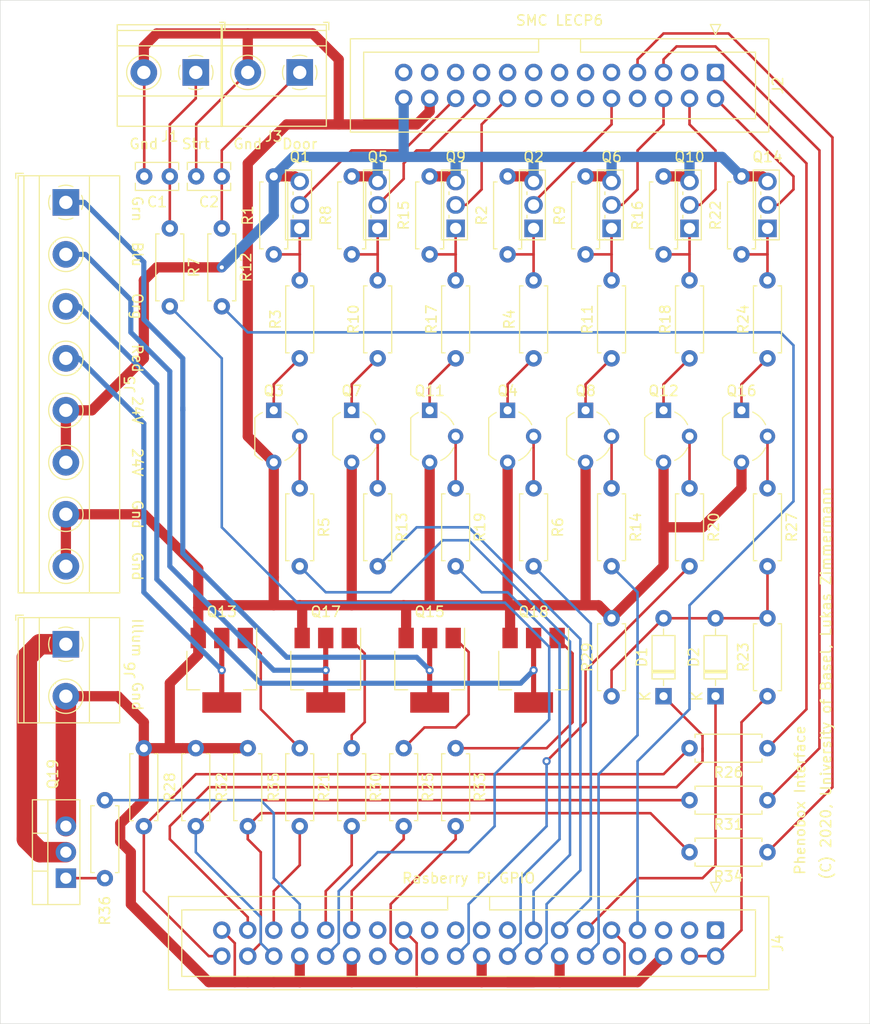
<source format=kicad_pcb>
(kicad_pcb (version 20171130) (host pcbnew 5.1.8-5.1.8)
  (layers (0 F.Cu signal) (31 B.Cu signal) (34 B.Paste user hide) (35 F.Paste user hide) (36 B.SilkS user hide) (37 F.SilkS user) (38 B.Mask user hide) (39 F.Mask user hide) (44 Edge.Cuts user))
  (net 0 "")
  (net 1 "Net-(Q1-Pad1)")
  (net 2 LECP6P_IN0)
  (net 3 24VDC)
  (net 4 "Net-(Q2-Pad1)")
  (net 5 LECP6P_SETUP)
  (net 6 "Net-(Q5-Pad1)")
  (net 7 LECP6P_IN1)
  (net 8 "Net-(Q6-Pad1)")
  (net 9 LECP6P_DRIVE)
  (net 10 "Net-(Q9-Pad1)")
  (net 11 LECP6P_IN2)
  (net 12 "Net-(Q10-Pad1)")
  (net 13 LECP6P_RESET)
  (net 14 "Net-(Q14-Pad1)")
  (net 15 LECP6P_SVON)
  (net 16 "Net-(C1-Pad1)")
  (net 17 LECP6P_COM-)
  (net 18 "Net-(C2-Pad1)")
  (net 19 RPi_GPIO26)
  (net 20 "Net-(D1-Pad2)")
  (net 21 RPi_GPIO17)
  (net 22 "Net-(J4-Pad1)")
  (net 23 +5V)
  (net 24 "Net-(J4-Pad3)")
  (net 25 "Net-(J4-Pad5)")
  (net 26 RPi_GPIO4)
  (net 27 "Net-(J4-Pad8)")
  (net 28 "Net-(J4-Pad10)")
  (net 29 RPi_GPIO18)
  (net 30 RPi_GPIO27)
  (net 31 RPi_GPIO22)
  (net 32 RPi_GPIO23)
  (net 33 "Net-(J4-Pad17)")
  (net 34 RPi_GPIO24)
  (net 35 "Net-(J4-Pad19)")
  (net 36 "Net-(J4-Pad21)")
  (net 37 RPi_GPIO25)
  (net 38 "Net-(J4-Pad23)")
  (net 39 "Net-(J4-Pad24)")
  (net 40 "Net-(J4-Pad27)")
  (net 41 "Net-(J4-Pad28)")
  (net 42 RPi_GPIO5)
  (net 43 RPi_GPIO6)
  (net 44 RPi_GPIO12)
  (net 45 RPi_GPIO13)
  (net 46 RPi_GPIO19)
  (net 47 RPi_GPIO16)
  (net 48 RPi_GPIO20)
  (net 49 RPi_GPIO21)
  (net 50 "Net-(Q3-Pad2)")
  (net 51 "Net-(Q3-Pad1)")
  (net 52 "Net-(Q4-Pad2)")
  (net 53 "Net-(Q4-Pad1)")
  (net 54 "Net-(Q7-Pad2)")
  (net 55 "Net-(Q7-Pad1)")
  (net 56 "Net-(Q8-Pad2)")
  (net 57 "Net-(Q8-Pad1)")
  (net 58 "Net-(Q11-Pad2)")
  (net 59 "Net-(Q11-Pad1)")
  (net 60 "Net-(Q12-Pad2)")
  (net 61 "Net-(Q12-Pad1)")
  (net 62 WERMA_LED_RED)
  (net 63 "Net-(Q13-Pad1)")
  (net 64 WERMA_LED_GREEN)
  (net 65 "Net-(Q15-Pad1)")
  (net 66 "Net-(Q16-Pad2)")
  (net 67 "Net-(Q16-Pad1)")
  (net 68 WERMA_LED_BLUE)
  (net 69 "Net-(Q17-Pad1)")
  (net 70 WERMA_LED_ORANGE)
  (net 71 "Net-(Q18-Pad1)")
  (net 72 LECP6P_ALARM)
  (net 73 LECP6P_SVRE)
  (net 74 LECP6P_INP)
  (net 75 "Net-(J2-Padb1)")
  (net 76 "Net-(J2-Padb2)")
  (net 77 "Net-(J2-Padb3)")
  (net 78 "Net-(J2-Padb4)")
  (net 79 "Net-(J2-Padb5)")
  (net 80 "Net-(J2-Pada6)")
  (net 81 "Net-(J2-Padb6)")
  (net 82 "Net-(J2-Pada7)")
  (net 83 "Net-(J2-Padb7)")
  (net 84 "Net-(J2-Pada8)")
  (net 85 "Net-(J2-Padb8)")
  (net 86 "Net-(J2-Padb9)")
  (net 87 "Net-(J2-Pada10)")
  (net 88 "Net-(J2-Padb12)")
  (net 89 RPi_GPIO7)
  (net 90 "Net-(J6-Pad1)")
  (net 91 "Net-(Q19-Pad1)")
  (module Connector_IDC:IDC-Header_2x13_P2.54mm_Vertical (layer F.Cu) (at 134.91 52.05 270)
    (fp_text reference J2 (at 1.27 -6.1 270) (layer F.SilkS))
    (fp_text value Conn_02x13_Row_Letter_First)
    (pad a1 thru_hole circle (at 2.54 30.48 270) (size 1.7 1.7) (drill 1) (layers *.Cu *.Mask) (net 3 24VDC))
    (pad a2 thru_hole circle (at 2.54 27.94 270) (size 1.7 1.7) (drill 1) (layers *.Cu *.Mask) (net 17 LECP6P_COM-))
    (pad a3 thru_hole circle (at 2.54 25.4 270) (size 1.7 1.7) (drill 1) (layers *.Cu *.Mask) (net 2 LECP6P_IN0))
    (pad a4 thru_hole circle (at 2.54 22.86 270) (size 1.7 1.7) (drill 1) (layers *.Cu *.Mask) (net 7 LECP6P_IN1))
    (pad a5 thru_hole circle (at 2.54 20.32 270) (size 1.7 1.7) (drill 1) (layers *.Cu *.Mask) (net 11 LECP6P_IN2))
    (pad a6 thru_hole circle (at 2.54 17.78 270) (size 1.7 1.7) (drill 1) (layers *.Cu *.Mask) (net 80 "Net-(J2-Pada6)"))
    (pad a7 thru_hole circle (at 2.54 15.24 270) (size 1.7 1.7) (drill 1) (layers *.Cu *.Mask) (net 82 "Net-(J2-Pada7)"))
    (pad a8 thru_hole circle (at 2.54 12.7 270) (size 1.7 1.7) (drill 1) (layers *.Cu *.Mask) (net 84 "Net-(J2-Pada8)"))
    (pad a9 thru_hole circle (at 2.54 10.16 270) (size 1.7 1.7) (drill 1) (layers *.Cu *.Mask) (net 5 LECP6P_SETUP))
    (pad a10 thru_hole circle (at 2.54 7.62 270) (size 1.7 1.7) (drill 1) (layers *.Cu *.Mask) (net 87 "Net-(J2-Pada10)"))
    (pad a11 thru_hole circle (at 2.54 5.08 270) (size 1.7 1.7) (drill 1) (layers *.Cu *.Mask) (net 9 LECP6P_DRIVE))
    (pad a12 thru_hole circle (at 2.54 2.54 270) (size 1.7 1.7) (drill 1) (layers *.Cu *.Mask) (net 13 LECP6P_RESET))
    (pad a13 thru_hole circle (at 2.54 0 270) (size 1.7 1.7) (drill 1) (layers *.Cu *.Mask) (net 15 LECP6P_SVON))
    (pad b1 thru_hole circle (at 0 30.48 270) (size 1.7 1.7) (drill 1) (layers *.Cu *.Mask) (net 75 "Net-(J2-Padb1)"))
    (pad b2 thru_hole circle (at 0 27.94 270) (size 1.7 1.7) (drill 1) (layers *.Cu *.Mask) (net 76 "Net-(J2-Padb2)"))
    (pad b3 thru_hole circle (at 0 25.4 270) (size 1.7 1.7) (drill 1) (layers *.Cu *.Mask) (net 77 "Net-(J2-Padb3)"))
    (pad b4 thru_hole circle (at 0 22.86 270) (size 1.7 1.7) (drill 1) (layers *.Cu *.Mask) (net 78 "Net-(J2-Padb4)"))
    (pad b5 thru_hole circle (at 0 20.32 270) (size 1.7 1.7) (drill 1) (layers *.Cu *.Mask) (net 79 "Net-(J2-Padb5)"))
    (pad b6 thru_hole circle (at 0 17.78 270) (size 1.7 1.7) (drill 1) (layers *.Cu *.Mask) (net 81 "Net-(J2-Padb6)"))
    (pad b7 thru_hole circle (at 0 15.24 270) (size 1.7 1.7) (drill 1) (layers *.Cu *.Mask) (net 83 "Net-(J2-Padb7)"))
    (pad b8 thru_hole circle (at 0 12.7 270) (size 1.7 1.7) (drill 1) (layers *.Cu *.Mask) (net 85 "Net-(J2-Padb8)"))
    (pad b9 thru_hole circle (at 0 10.16 270) (size 1.7 1.7) (drill 1) (layers *.Cu *.Mask) (net 86 "Net-(J2-Padb9)"))
    (pad b10 thru_hole circle (at 0 7.62 270) (size 1.7 1.7) (drill 1) (layers *.Cu *.Mask) (net 74 LECP6P_INP))
    (pad b11 thru_hole circle (at 0 5.08 270) (size 1.7 1.7) (drill 1) (layers *.Cu *.Mask) (net 73 LECP6P_SVRE))
    (pad b12 thru_hole circle (at 0 2.54 270) (size 1.7 1.7) (drill 1) (layers *.Cu *.Mask) (net 88 "Net-(J2-Padb12)"))
    (pad b13 thru_hole roundrect (at 0 0 270) (size 1.7 1.7) (drill 1) (layers *.Cu *.Mask) (roundrect_rratio 0.147) (net 72 LECP6P_ALARM))
  )
  (module Capacitor_THT:C_Rect_L4.0mm_W2.5mm_P2.50mm (layer F.Cu) (at 86.65 62.21 180)
    (fp_text reference C2 (at 1.25 -2.5) (layer F.SilkS))
    (fp_text value 1u)
    (pad 2 thru_hole circle (at 2.5 0 180) (size 1.6 1.6) (drill 0.8) (layers *.Cu *.Mask) (net 17 LECP6P_COM-))
    (pad 1 thru_hole circle (at 0 0 180) (size 1.6 1.6) (drill 0.8) (layers *.Cu *.Mask) (net 18 "Net-(C2-Pad1)"))
  )
  (module Capacitor_THT:C_Rect_L4.0mm_W2.5mm_P2.50mm (layer F.Cu) (at 81.57 62.21 180)
    (fp_text reference C1 (at 1.25 -2.5) (layer F.SilkS))
    (fp_text value 1u)
    (pad 2 thru_hole circle (at 2.5 0 180) (size 1.6 1.6) (drill 0.8) (layers *.Cu *.Mask) (net 17 LECP6P_COM-))
    (pad 1 thru_hole circle (at 0 0 180) (size 1.6 1.6) (drill 0.8) (layers *.Cu *.Mask) (net 16 "Net-(C1-Pad1)"))
  )
  (module Package_TO_SOT_SMD:SOT-223-3_TabPin2 (layer F.Cu) (at 117.13 110.47 270)
    (fp_text reference Q18 (at -5.715 0 180) (layer F.SilkS))
    (fp_text value IRLL014NPbF)
    (pad 1 smd rect (at -3.15 -2.3 270) (size 2 1.5) (layers F.Cu F.Paste F.Mask) (net 71 "Net-(Q18-Pad1)"))
    (pad 3 smd rect (at -3.15 2.3 270) (size 2 1.5) (layers F.Cu F.Paste F.Mask) (net 17 LECP6P_COM-))
    (pad 2 smd rect (at -3.15 0 270) (size 2 1.5) (layers F.Cu F.Paste F.Mask) (net 70 WERMA_LED_ORANGE))
    (pad 2 smd rect (at 3.15 0 270) (size 2 3.8) (layers F.Cu F.Paste F.Mask) (net 70 WERMA_LED_ORANGE))
  )
  (module Package_TO_SOT_SMD:SOT-223-3_TabPin2 (layer F.Cu) (at 96.81 110.47 270)
    (fp_text reference Q17 (at -5.715 0 180) (layer F.SilkS))
    (fp_text value IRLL014NPbF)
    (pad 1 smd rect (at -3.15 -2.3 270) (size 2 1.5) (layers F.Cu F.Paste F.Mask) (net 69 "Net-(Q17-Pad1)"))
    (pad 3 smd rect (at -3.15 2.3 270) (size 2 1.5) (layers F.Cu F.Paste F.Mask) (net 17 LECP6P_COM-))
    (pad 2 smd rect (at -3.15 0 270) (size 2 1.5) (layers F.Cu F.Paste F.Mask) (net 68 WERMA_LED_BLUE))
    (pad 2 smd rect (at 3.15 0 270) (size 2 3.8) (layers F.Cu F.Paste F.Mask) (net 68 WERMA_LED_BLUE))
  )
  (module Package_TO_SOT_THT:TO-92_Wide (layer F.Cu) (at 137.45 85.07 270)
    (fp_text reference Q16 (at -1.905 0 180) (layer F.SilkS))
    (fp_text value BS170)
    (pad 1 thru_hole rect (at 0 0 270) (size 1.5 1.5) (drill 0.8) (layers *.Cu *.Mask) (net 67 "Net-(Q16-Pad1)"))
    (pad 3 thru_hole circle (at 5.08 0 270) (size 1.5 1.5) (drill 0.8) (layers *.Cu *.Mask) (net 17 LECP6P_COM-))
    (pad 2 thru_hole circle (at 2.54 -2.54 270) (size 1.5 1.5) (drill 0.8) (layers *.Cu *.Mask) (net 66 "Net-(Q16-Pad2)"))
  )
  (module Package_TO_SOT_SMD:SOT-223-3_TabPin2 (layer F.Cu) (at 106.97 110.47 270)
    (fp_text reference Q15 (at -5.715 0 180) (layer F.SilkS))
    (fp_text value IRLL014NPbF)
    (pad 1 smd rect (at -3.15 -2.3 270) (size 2 1.5) (layers F.Cu F.Paste F.Mask) (net 65 "Net-(Q15-Pad1)"))
    (pad 3 smd rect (at -3.15 2.3 270) (size 2 1.5) (layers F.Cu F.Paste F.Mask) (net 17 LECP6P_COM-))
    (pad 2 smd rect (at -3.15 0 270) (size 2 1.5) (layers F.Cu F.Paste F.Mask) (net 64 WERMA_LED_GREEN))
    (pad 2 smd rect (at 3.15 0 270) (size 2 3.8) (layers F.Cu F.Paste F.Mask) (net 64 WERMA_LED_GREEN))
  )
  (module Package_TO_SOT_THT:TO-251-3_Vertical (layer F.Cu) (at 139.99 67.29 90)
    (fp_text reference Q14 (at 6.985 0 180) (layer F.SilkS))
    (fp_text value IRFU9024NPBF)
    (pad 3 thru_hole oval (at 4.58 0 90) (size 1.7175 1.8) (drill 1.1) (layers *.Cu *.Mask) (net 3 24VDC))
    (pad 2 thru_hole oval (at 2.29 0 90) (size 1.7175 1.8) (drill 1.1) (layers *.Cu *.Mask) (net 15 LECP6P_SVON))
    (pad 1 thru_hole rect (at 0 0 90) (size 1.7175 1.8) (drill 1.1) (layers *.Cu *.Mask) (net 14 "Net-(Q14-Pad1)"))
  )
  (module Package_TO_SOT_SMD:SOT-223-3_TabPin2 (layer F.Cu) (at 86.65 110.47 270)
    (fp_text reference Q13 (at -5.715 0 180) (layer F.SilkS))
    (fp_text value IRLL014NPbF)
    (pad 1 smd rect (at -3.15 -2.3 270) (size 2 1.5) (layers F.Cu F.Paste F.Mask) (net 63 "Net-(Q13-Pad1)"))
    (pad 3 smd rect (at -3.15 2.3 270) (size 2 1.5) (layers F.Cu F.Paste F.Mask) (net 17 LECP6P_COM-))
    (pad 2 smd rect (at -3.15 0 270) (size 2 1.5) (layers F.Cu F.Paste F.Mask) (net 62 WERMA_LED_RED))
    (pad 2 smd rect (at 3.15 0 270) (size 2 3.8) (layers F.Cu F.Paste F.Mask) (net 62 WERMA_LED_RED))
  )
  (module Package_TO_SOT_THT:TO-92_Wide (layer F.Cu) (at 129.83 85.07 270)
    (fp_text reference Q12 (at -1.905 0 180) (layer F.SilkS))
    (fp_text value BS170)
    (pad 1 thru_hole rect (at 0 0 270) (size 1.5 1.5) (drill 0.8) (layers *.Cu *.Mask) (net 61 "Net-(Q12-Pad1)"))
    (pad 3 thru_hole circle (at 5.08 0 270) (size 1.5 1.5) (drill 0.8) (layers *.Cu *.Mask) (net 17 LECP6P_COM-))
    (pad 2 thru_hole circle (at 2.54 -2.54 270) (size 1.5 1.5) (drill 0.8) (layers *.Cu *.Mask) (net 60 "Net-(Q12-Pad2)"))
  )
  (module Package_TO_SOT_THT:TO-92_Wide (layer F.Cu) (at 106.97 85.07 270)
    (fp_text reference Q11 (at -1.905 0 180) (layer F.SilkS))
    (fp_text value BS170)
    (pad 1 thru_hole rect (at 0 0 270) (size 1.5 1.5) (drill 0.8) (layers *.Cu *.Mask) (net 59 "Net-(Q11-Pad1)"))
    (pad 3 thru_hole circle (at 5.08 0 270) (size 1.5 1.5) (drill 0.8) (layers *.Cu *.Mask) (net 17 LECP6P_COM-))
    (pad 2 thru_hole circle (at 2.54 -2.54 270) (size 1.5 1.5) (drill 0.8) (layers *.Cu *.Mask) (net 58 "Net-(Q11-Pad2)"))
  )
  (module Package_TO_SOT_THT:TO-251-3_Vertical (layer F.Cu) (at 132.37 67.29 90)
    (fp_text reference Q10 (at 6.985 0 180) (layer F.SilkS))
    (fp_text value IRFU9024NPBF)
    (pad 3 thru_hole oval (at 4.58 0 90) (size 1.7175 1.8) (drill 1.1) (layers *.Cu *.Mask) (net 3 24VDC))
    (pad 2 thru_hole oval (at 2.29 0 90) (size 1.7175 1.8) (drill 1.1) (layers *.Cu *.Mask) (net 13 LECP6P_RESET))
    (pad 1 thru_hole rect (at 0 0 90) (size 1.7175 1.8) (drill 1.1) (layers *.Cu *.Mask) (net 12 "Net-(Q10-Pad1)"))
  )
  (module Package_TO_SOT_THT:TO-251-3_Vertical (layer F.Cu) (at 109.51 67.29 90)
    (fp_text reference Q9 (at 6.985 0 180) (layer F.SilkS))
    (fp_text value IRFU9024NPBF)
    (pad 3 thru_hole oval (at 4.58 0 90) (size 1.7175 1.8) (drill 1.1) (layers *.Cu *.Mask) (net 3 24VDC))
    (pad 2 thru_hole oval (at 2.29 0 90) (size 1.7175 1.8) (drill 1.1) (layers *.Cu *.Mask) (net 11 LECP6P_IN2))
    (pad 1 thru_hole rect (at 0 0 90) (size 1.7175 1.8) (drill 1.1) (layers *.Cu *.Mask) (net 10 "Net-(Q9-Pad1)"))
  )
  (module Package_TO_SOT_THT:TO-92_Wide (layer F.Cu) (at 122.21 85.07 270)
    (fp_text reference Q8 (at -1.905 0 180) (layer F.SilkS))
    (fp_text value BS170)
    (pad 1 thru_hole rect (at 0 0 270) (size 1.5 1.5) (drill 0.8) (layers *.Cu *.Mask) (net 57 "Net-(Q8-Pad1)"))
    (pad 3 thru_hole circle (at 5.08 0 270) (size 1.5 1.5) (drill 0.8) (layers *.Cu *.Mask) (net 17 LECP6P_COM-))
    (pad 2 thru_hole circle (at 2.54 -2.54 270) (size 1.5 1.5) (drill 0.8) (layers *.Cu *.Mask) (net 56 "Net-(Q8-Pad2)"))
  )
  (module Package_TO_SOT_THT:TO-92_Wide (layer F.Cu) (at 99.35 85.07 270)
    (fp_text reference Q7 (at -1.905 0 180) (layer F.SilkS))
    (fp_text value BS170)
    (pad 1 thru_hole rect (at 0 0 270) (size 1.5 1.5) (drill 0.8) (layers *.Cu *.Mask) (net 55 "Net-(Q7-Pad1)"))
    (pad 3 thru_hole circle (at 5.08 0 270) (size 1.5 1.5) (drill 0.8) (layers *.Cu *.Mask) (net 17 LECP6P_COM-))
    (pad 2 thru_hole circle (at 2.54 -2.54 270) (size 1.5 1.5) (drill 0.8) (layers *.Cu *.Mask) (net 54 "Net-(Q7-Pad2)"))
  )
  (module Package_TO_SOT_THT:TO-251-3_Vertical (layer F.Cu) (at 124.75 67.29 90)
    (fp_text reference Q6 (at 6.985 0 180) (layer F.SilkS))
    (fp_text value IRFU9024NPBF)
    (pad 3 thru_hole oval (at 4.58 0 90) (size 1.7175 1.8) (drill 1.1) (layers *.Cu *.Mask) (net 3 24VDC))
    (pad 2 thru_hole oval (at 2.29 0 90) (size 1.7175 1.8) (drill 1.1) (layers *.Cu *.Mask) (net 9 LECP6P_DRIVE))
    (pad 1 thru_hole rect (at 0 0 90) (size 1.7175 1.8) (drill 1.1) (layers *.Cu *.Mask) (net 8 "Net-(Q6-Pad1)"))
  )
  (module Package_TO_SOT_THT:TO-251-3_Vertical (layer F.Cu) (at 101.89 67.29 90)
    (fp_text reference Q5 (at 6.985 0 180) (layer F.SilkS))
    (fp_text value IRFU9024NPBF)
    (pad 3 thru_hole oval (at 4.58 0 90) (size 1.7175 1.8) (drill 1.1) (layers *.Cu *.Mask) (net 3 24VDC))
    (pad 2 thru_hole oval (at 2.29 0 90) (size 1.7175 1.8) (drill 1.1) (layers *.Cu *.Mask) (net 7 LECP6P_IN1))
    (pad 1 thru_hole rect (at 0 0 90) (size 1.7175 1.8) (drill 1.1) (layers *.Cu *.Mask) (net 6 "Net-(Q5-Pad1)"))
  )
  (module Package_TO_SOT_THT:TO-92_Wide (layer F.Cu) (at 114.59 85.07 270)
    (fp_text reference Q4 (at -1.905 0 180) (layer F.SilkS))
    (fp_text value BS170)
    (pad 1 thru_hole rect (at 0 0 270) (size 1.5 1.5) (drill 0.8) (layers *.Cu *.Mask) (net 53 "Net-(Q4-Pad1)"))
    (pad 3 thru_hole circle (at 5.08 0 270) (size 1.5 1.5) (drill 0.8) (layers *.Cu *.Mask) (net 17 LECP6P_COM-))
    (pad 2 thru_hole circle (at 2.54 -2.54 270) (size 1.5 1.5) (drill 0.8) (layers *.Cu *.Mask) (net 52 "Net-(Q4-Pad2)"))
  )
  (module Package_TO_SOT_THT:TO-92_Wide (layer F.Cu) (at 91.73 85.07 270)
    (fp_text reference Q3 (at -1.905 0 180) (layer F.SilkS))
    (fp_text value BS170)
    (pad 1 thru_hole rect (at 0 0 270) (size 1.5 1.5) (drill 0.8) (layers *.Cu *.Mask) (net 51 "Net-(Q3-Pad1)"))
    (pad 3 thru_hole circle (at 5.08 0 270) (size 1.5 1.5) (drill 0.8) (layers *.Cu *.Mask) (net 17 LECP6P_COM-))
    (pad 2 thru_hole circle (at 2.54 -2.54 270) (size 1.5 1.5) (drill 0.8) (layers *.Cu *.Mask) (net 50 "Net-(Q3-Pad2)"))
  )
  (module Package_TO_SOT_THT:TO-251-3_Vertical (layer F.Cu) (at 117.13 67.29 90)
    (fp_text reference Q2 (at 6.985 0 180) (layer F.SilkS))
    (fp_text value IRFU9024NPBF)
    (pad 3 thru_hole oval (at 4.58 0 90) (size 1.7175 1.8) (drill 1.1) (layers *.Cu *.Mask) (net 3 24VDC))
    (pad 2 thru_hole oval (at 2.29 0 90) (size 1.7175 1.8) (drill 1.1) (layers *.Cu *.Mask) (net 5 LECP6P_SETUP))
    (pad 1 thru_hole rect (at 0 0 90) (size 1.7175 1.8) (drill 1.1) (layers *.Cu *.Mask) (net 4 "Net-(Q2-Pad1)"))
  )
  (module Package_TO_SOT_THT:TO-251-3_Vertical (layer F.Cu) (at 94.27 67.29 90)
    (fp_text reference Q1 (at 6.985 0 180) (layer F.SilkS))
    (fp_text value IRFU9024NPBF)
    (pad 3 thru_hole oval (at 4.58 0 90) (size 1.7175 1.8) (drill 1.1) (layers *.Cu *.Mask) (net 3 24VDC))
    (pad 2 thru_hole oval (at 2.29 0 90) (size 1.7175 1.8) (drill 1.1) (layers *.Cu *.Mask) (net 2 LECP6P_IN0))
    (pad 1 thru_hole rect (at 0 0 90) (size 1.7175 1.8) (drill 1.1) (layers *.Cu *.Mask) (net 1 "Net-(Q1-Pad1)"))
  )
  (module Diode_THT:D_DO-35_SOD27_P7.62mm_Horizontal (layer F.Cu) (at 134.91 113.01 90)
    (fp_text reference D2 (at 3.81 -2.12 90) (layer F.SilkS))
    (fp_text value BAT46)
    (fp_text user K (at 0 -1.8 90) (layer F.SilkS))
    (pad 2 thru_hole oval (at 7.62 0 90) (size 1.6 1.6) (drill 0.8) (layers *.Cu *.Mask) (net 20 "Net-(D1-Pad2)"))
    (pad 1 thru_hole rect (at 0 0 90) (size 1.6 1.6) (drill 0.8) (layers *.Cu *.Mask) (net 21 RPi_GPIO17))
  )
  (module Connector_IDC:IDC-Header_2x20_P2.54mm_Vertical (layer F.Cu) (at 134.91 135.87 270)
    (fp_text reference J4 (at 1.27 -6.1 90) (layer F.SilkS))
    (fp_text value Conn_02x20_Odd_Even)
    (pad 40 thru_hole circle (at 2.54 48.26 270) (size 1.7 1.7) (drill 1) (layers *.Cu *.Mask) (net 49 RPi_GPIO21))
    (pad 38 thru_hole circle (at 2.54 45.72 270) (size 1.7 1.7) (drill 1) (layers *.Cu *.Mask) (net 48 RPi_GPIO20))
    (pad 36 thru_hole circle (at 2.54 43.18 270) (size 1.7 1.7) (drill 1) (layers *.Cu *.Mask) (net 47 RPi_GPIO16))
    (pad 34 thru_hole circle (at 2.54 40.64 270) (size 1.7 1.7) (drill 1) (layers *.Cu *.Mask) (net 17 LECP6P_COM-))
    (pad 32 thru_hole circle (at 2.54 38.1 270) (size 1.7 1.7) (drill 1) (layers *.Cu *.Mask) (net 44 RPi_GPIO12))
    (pad 30 thru_hole circle (at 2.54 35.56 270) (size 1.7 1.7) (drill 1) (layers *.Cu *.Mask) (net 17 LECP6P_COM-))
    (pad 28 thru_hole circle (at 2.54 33.02 270) (size 1.7 1.7) (drill 1) (layers *.Cu *.Mask) (net 41 "Net-(J4-Pad28)"))
    (pad 26 thru_hole circle (at 2.54 30.48 270) (size 1.7 1.7) (drill 1) (layers *.Cu *.Mask) (net 89 RPi_GPIO7))
    (pad 24 thru_hole circle (at 2.54 27.94 270) (size 1.7 1.7) (drill 1) (layers *.Cu *.Mask) (net 39 "Net-(J4-Pad24)"))
    (pad 22 thru_hole circle (at 2.54 25.4 270) (size 1.7 1.7) (drill 1) (layers *.Cu *.Mask) (net 37 RPi_GPIO25))
    (pad 20 thru_hole circle (at 2.54 22.86 270) (size 1.7 1.7) (drill 1) (layers *.Cu *.Mask) (net 17 LECP6P_COM-))
    (pad 18 thru_hole circle (at 2.54 20.32 270) (size 1.7 1.7) (drill 1) (layers *.Cu *.Mask) (net 34 RPi_GPIO24))
    (pad 16 thru_hole circle (at 2.54 17.78 270) (size 1.7 1.7) (drill 1) (layers *.Cu *.Mask) (net 32 RPi_GPIO23))
    (pad 14 thru_hole circle (at 2.54 15.24 270) (size 1.7 1.7) (drill 1) (layers *.Cu *.Mask) (net 17 LECP6P_COM-))
    (pad 12 thru_hole circle (at 2.54 12.7 270) (size 1.7 1.7) (drill 1) (layers *.Cu *.Mask) (net 29 RPi_GPIO18))
    (pad 10 thru_hole circle (at 2.54 10.16 270) (size 1.7 1.7) (drill 1) (layers *.Cu *.Mask) (net 28 "Net-(J4-Pad10)"))
    (pad 8 thru_hole circle (at 2.54 7.62 270) (size 1.7 1.7) (drill 1) (layers *.Cu *.Mask) (net 27 "Net-(J4-Pad8)"))
    (pad 6 thru_hole circle (at 2.54 5.08 270) (size 1.7 1.7) (drill 1) (layers *.Cu *.Mask) (net 17 LECP6P_COM-))
    (pad 4 thru_hole circle (at 2.54 2.54 270) (size 1.7 1.7) (drill 1) (layers *.Cu *.Mask) (net 23 +5V))
    (pad 2 thru_hole circle (at 2.54 0 270) (size 1.7 1.7) (drill 1) (layers *.Cu *.Mask) (net 23 +5V))
    (pad 39 thru_hole circle (at 0 48.26 270) (size 1.7 1.7) (drill 1) (layers *.Cu *.Mask) (net 17 LECP6P_COM-))
    (pad 37 thru_hole circle (at 0 45.72 270) (size 1.7 1.7) (drill 1) (layers *.Cu *.Mask) (net 19 RPi_GPIO26))
    (pad 35 thru_hole circle (at 0 43.18 270) (size 1.7 1.7) (drill 1) (layers *.Cu *.Mask) (net 46 RPi_GPIO19))
    (pad 33 thru_hole circle (at 0 40.64 270) (size 1.7 1.7) (drill 1) (layers *.Cu *.Mask) (net 45 RPi_GPIO13))
    (pad 31 thru_hole circle (at 0 38.1 270) (size 1.7 1.7) (drill 1) (layers *.Cu *.Mask) (net 43 RPi_GPIO6))
    (pad 29 thru_hole circle (at 0 35.56 270) (size 1.7 1.7) (drill 1) (layers *.Cu *.Mask) (net 42 RPi_GPIO5))
    (pad 27 thru_hole circle (at 0 33.02 270) (size 1.7 1.7) (drill 1) (layers *.Cu *.Mask) (net 40 "Net-(J4-Pad27)"))
    (pad 25 thru_hole circle (at 0 30.48 270) (size 1.7 1.7) (drill 1) (layers *.Cu *.Mask) (net 17 LECP6P_COM-))
    (pad 23 thru_hole circle (at 0 27.94 270) (size 1.7 1.7) (drill 1) (layers *.Cu *.Mask) (net 38 "Net-(J4-Pad23)"))
    (pad 21 thru_hole circle (at 0 25.4 270) (size 1.7 1.7) (drill 1) (layers *.Cu *.Mask) (net 36 "Net-(J4-Pad21)"))
    (pad 19 thru_hole circle (at 0 22.86 270) (size 1.7 1.7) (drill 1) (layers *.Cu *.Mask) (net 35 "Net-(J4-Pad19)"))
    (pad 17 thru_hole circle (at 0 20.32 270) (size 1.7 1.7) (drill 1) (layers *.Cu *.Mask) (net 33 "Net-(J4-Pad17)"))
    (pad 15 thru_hole circle (at 0 17.78 270) (size 1.7 1.7) (drill 1) (layers *.Cu *.Mask) (net 31 RPi_GPIO22))
    (pad 13 thru_hole circle (at 0 15.24 270) (size 1.7 1.7) (drill 1) (layers *.Cu *.Mask) (net 30 RPi_GPIO27))
    (pad 11 thru_hole circle (at 0 12.7 270) (size 1.7 1.7) (drill 1) (layers *.Cu *.Mask) (net 21 RPi_GPIO17))
    (pad 9 thru_hole circle (at 0 10.16 270) (size 1.7 1.7) (drill 1) (layers *.Cu *.Mask) (net 17 LECP6P_COM-))
    (pad 7 thru_hole circle (at 0 7.62 270) (size 1.7 1.7) (drill 1) (layers *.Cu *.Mask) (net 26 RPi_GPIO4))
    (pad 5 thru_hole circle (at 0 5.08 270) (size 1.7 1.7) (drill 1) (layers *.Cu *.Mask) (net 25 "Net-(J4-Pad5)"))
    (pad 3 thru_hole circle (at 0 2.54 270) (size 1.7 1.7) (drill 1) (layers *.Cu *.Mask) (net 24 "Net-(J4-Pad3)"))
    (pad 1 thru_hole roundrect (at 0 0 270) (size 1.7 1.7) (drill 1) (layers *.Cu *.Mask) (roundrect_rratio 0.147059) (net 22 "Net-(J4-Pad1)"))
  )
  (module TerminalBlock_Phoenix:TerminalBlock_Phoenix_MKDS-1,5-2-5.08_1x02_P5.08mm_Horizontal (layer F.Cu) (at 71.41 107.93 270)
    (fp_text reference J6 (at 2.54 -6.26 90) (layer F.SilkS))
    (fp_text value Screw_Terminal_01x02)
    (pad 2 thru_hole circle (at 5.08 0 270) (size 2.6 2.6) (drill 1.3) (layers *.Cu *.Mask) (net 17 LECP6P_COM-))
    (pad 1 thru_hole rect (at 0 0 270) (size 2.6 2.6) (drill 1.3) (layers *.Cu *.Mask) (net 90 "Net-(J6-Pad1)"))
  )
  (module TerminalBlock_Phoenix:TerminalBlock_Phoenix_MKDS-1,5-8-5.08_1x08_P5.08mm_Horizontal (layer F.Cu) (at 71.41 64.75 270)
    (fp_text reference J5 (at 17.78 -6.26 90) (layer F.SilkS))
    (fp_text value Screw_Terminal_01x08)
    (pad 8 thru_hole circle (at 35.56 0 270) (size 2.6 2.6) (drill 1.3) (layers *.Cu *.Mask) (net 17 LECP6P_COM-))
    (pad 7 thru_hole circle (at 30.48 0 270) (size 2.6 2.6) (drill 1.3) (layers *.Cu *.Mask) (net 17 LECP6P_COM-))
    (pad 6 thru_hole circle (at 25.4 0 270) (size 2.6 2.6) (drill 1.3) (layers *.Cu *.Mask) (net 3 24VDC))
    (pad 5 thru_hole circle (at 20.32 0 270) (size 2.6 2.6) (drill 1.3) (layers *.Cu *.Mask) (net 3 24VDC))
    (pad 4 thru_hole circle (at 15.24 0 270) (size 2.6 2.6) (drill 1.3) (layers *.Cu *.Mask) (net 62 WERMA_LED_RED))
    (pad 3 thru_hole circle (at 10.16 0 270) (size 2.6 2.6) (drill 1.3) (layers *.Cu *.Mask) (net 70 WERMA_LED_ORANGE))
    (pad 2 thru_hole circle (at 5.08 0 270) (size 2.6 2.6) (drill 1.3) (layers *.Cu *.Mask) (net 68 WERMA_LED_BLUE))
    (pad 1 thru_hole rect (at 0 0 270) (size 2.6 2.6) (drill 1.3) (layers *.Cu *.Mask) (net 64 WERMA_LED_GREEN))
  )
  (module TerminalBlock_Phoenix:TerminalBlock_Phoenix_MKDS-1,5-2-5.08_1x02_P5.08mm_Horizontal (layer F.Cu) (at 94.27 52.05 180)
    (fp_text reference J3 (at 2.54 -6.26) (layer F.SilkS))
    (fp_text value Screw_Terminal_01x02)
    (pad 2 thru_hole circle (at 5.08 0 180) (size 2.6 2.6) (drill 1.3) (layers *.Cu *.Mask) (net 17 LECP6P_COM-))
    (pad 1 thru_hole rect (at 0 0 180) (size 2.6 2.6) (drill 1.3) (layers *.Cu *.Mask) (net 18 "Net-(C2-Pad1)"))
  )
  (module TerminalBlock_Phoenix:TerminalBlock_Phoenix_MKDS-1,5-2-5.08_1x02_P5.08mm_Horizontal (layer F.Cu) (at 84.11 52.05 180)
    (fp_text reference J1 (at 2.54 -6.26) (layer F.SilkS))
    (fp_text value Screw_Terminal_01x02)
    (pad 2 thru_hole circle (at 5.08 0 180) (size 2.6 2.6) (drill 1.3) (layers *.Cu *.Mask) (net 17 LECP6P_COM-))
    (pad 1 thru_hole rect (at 0 0 180) (size 2.6 2.6) (drill 1.3) (layers *.Cu *.Mask) (net 16 "Net-(C1-Pad1)"))
  )
  (module Resistor_THT:R_Axial_DIN0207_L6.3mm_D2.5mm_P7.62mm_Horizontal (layer F.Cu) (at 89.19 125.71 90)
    (fp_text reference R35 (at 3.81 2.54 90) (layer F.SilkS))
    (fp_text value 6.8k)
    (pad 2 thru_hole oval (at 7.62 0 90) (size 1.6 1.6) (drill 0.8) (layers *.Cu *.Mask) (net 17 LECP6P_COM-))
    (pad 1 thru_hole circle (at 0 0 90) (size 1.6 1.6) (drill 0.8) (layers *.Cu *.Mask) (net 48 RPi_GPIO20))
  )
  (module Resistor_THT:R_Axial_DIN0207_L6.3mm_D2.5mm_P7.62mm_Horizontal (layer F.Cu) (at 139.99 128.25 180)
    (fp_text reference R34 (at 3.81 -2.37) (layer F.SilkS))
    (fp_text value 47k)
    (pad 2 thru_hole oval (at 7.62 0 180) (size 1.6 1.6) (drill 0.8) (layers *.Cu *.Mask) (net 48 RPi_GPIO20))
    (pad 1 thru_hole circle (at 0 0 180) (size 1.6 1.6) (drill 0.8) (layers *.Cu *.Mask) (net 74 LECP6P_INP))
  )
  (module Resistor_THT:R_Axial_DIN0207_L6.3mm_D2.5mm_P7.62mm_Horizontal (layer F.Cu) (at 109.51 118.09 270)
    (fp_text reference R33 (at 3.81 -2.37 90) (layer F.SilkS))
    (fp_text value 1k)
    (pad 2 thru_hole oval (at 7.62 0 270) (size 1.6 1.6) (drill 0.8) (layers *.Cu *.Mask) (net 89 RPi_GPIO7))
    (pad 1 thru_hole circle (at 0 0 270) (size 1.6 1.6) (drill 0.8) (layers *.Cu *.Mask) (net 71 "Net-(Q18-Pad1)"))
  )
  (module Resistor_THT:R_Axial_DIN0207_L6.3mm_D2.5mm_P7.62mm_Horizontal (layer F.Cu) (at 84.11 125.71 90)
    (fp_text reference R32 (at 3.81 2.54 90) (layer F.SilkS))
    (fp_text value 6.8k)
    (pad 2 thru_hole oval (at 7.62 0 90) (size 1.6 1.6) (drill 0.8) (layers *.Cu *.Mask) (net 17 LECP6P_COM-))
    (pad 1 thru_hole circle (at 0 0 90) (size 1.6 1.6) (drill 0.8) (layers *.Cu *.Mask) (net 47 RPi_GPIO16))
  )
  (module Resistor_THT:R_Axial_DIN0207_L6.3mm_D2.5mm_P7.62mm_Horizontal (layer F.Cu) (at 139.99 123.17 180)
    (fp_text reference R31 (at 3.81 -2.37) (layer F.SilkS))
    (fp_text value 47k)
    (pad 2 thru_hole oval (at 7.62 0 180) (size 1.6 1.6) (drill 0.8) (layers *.Cu *.Mask) (net 47 RPi_GPIO16))
    (pad 1 thru_hole circle (at 0 0 180) (size 1.6 1.6) (drill 0.8) (layers *.Cu *.Mask) (net 73 LECP6P_SVRE))
  )
  (module Resistor_THT:R_Axial_DIN0207_L6.3mm_D2.5mm_P7.62mm_Horizontal (layer F.Cu) (at 99.35 118.09 270)
    (fp_text reference R30 (at 3.81 -2.37 90) (layer F.SilkS))
    (fp_text value 1k)
    (pad 2 thru_hole oval (at 7.62 0 270) (size 1.6 1.6) (drill 0.8) (layers *.Cu *.Mask) (net 43 RPi_GPIO6))
    (pad 1 thru_hole circle (at 0 0 270) (size 1.6 1.6) (drill 0.8) (layers *.Cu *.Mask) (net 69 "Net-(Q17-Pad1)"))
  )
  (module Resistor_THT:R_Axial_DIN0207_L6.3mm_D2.5mm_P7.62mm_Horizontal (layer F.Cu) (at 124.75 113.01 90)
    (fp_text reference R29 (at 3.81 -2.37 90) (layer F.SilkS))
    (fp_text value 33k)
    (pad 2 thru_hole oval (at 7.62 0 90) (size 1.6 1.6) (drill 0.8) (layers *.Cu *.Mask) (net 17 LECP6P_COM-))
    (pad 1 thru_hole circle (at 0 0 90) (size 1.6 1.6) (drill 0.8) (layers *.Cu *.Mask) (net 20 "Net-(D1-Pad2)"))
  )
  (module Resistor_THT:R_Axial_DIN0207_L6.3mm_D2.5mm_P7.62mm_Horizontal (layer F.Cu) (at 79.03 125.71 90)
    (fp_text reference R28 (at 3.81 2.54 90) (layer F.SilkS))
    (fp_text value 6.8k)
    (pad 2 thru_hole oval (at 7.62 0 90) (size 1.6 1.6) (drill 0.8) (layers *.Cu *.Mask) (net 17 LECP6P_COM-))
    (pad 1 thru_hole circle (at 0 0 90) (size 1.6 1.6) (drill 0.8) (layers *.Cu *.Mask) (net 49 RPi_GPIO21))
  )
  (module Resistor_THT:R_Axial_DIN0207_L6.3mm_D2.5mm_P7.62mm_Horizontal (layer F.Cu) (at 139.99 92.69 270)
    (fp_text reference R27 (at 3.81 -2.37 90) (layer F.SilkS))
    (fp_text value 100)
    (pad 2 thru_hole oval (at 7.62 0 270) (size 1.6 1.6) (drill 0.8) (layers *.Cu *.Mask) (net 20 "Net-(D1-Pad2)"))
    (pad 1 thru_hole circle (at 0 0 270) (size 1.6 1.6) (drill 0.8) (layers *.Cu *.Mask) (net 66 "Net-(Q16-Pad2)"))
  )
  (module Resistor_THT:R_Axial_DIN0207_L6.3mm_D2.5mm_P7.62mm_Horizontal (layer F.Cu) (at 139.99 118.09 180)
    (fp_text reference R26 (at 3.81 -2.37) (layer F.SilkS))
    (fp_text value 47k)
    (pad 2 thru_hole oval (at 7.62 0 180) (size 1.6 1.6) (drill 0.8) (layers *.Cu *.Mask) (net 49 RPi_GPIO21))
    (pad 1 thru_hole circle (at 0 0 180) (size 1.6 1.6) (drill 0.8) (layers *.Cu *.Mask) (net 72 LECP6P_ALARM))
  )
  (module Resistor_THT:R_Axial_DIN0207_L6.3mm_D2.5mm_P7.62mm_Horizontal (layer F.Cu) (at 104.43 118.09 270)
    (fp_text reference R25 (at 3.81 -2.37 90) (layer F.SilkS))
    (fp_text value 1k)
    (pad 2 thru_hole oval (at 7.62 0 270) (size 1.6 1.6) (drill 0.8) (layers *.Cu *.Mask) (net 42 RPi_GPIO5))
    (pad 1 thru_hole circle (at 0 0 270) (size 1.6 1.6) (drill 0.8) (layers *.Cu *.Mask) (net 65 "Net-(Q15-Pad1)"))
  )
  (module Resistor_THT:R_Axial_DIN0207_L6.3mm_D2.5mm_P7.62mm_Horizontal (layer F.Cu) (at 139.99 79.99 90)
    (fp_text reference R24 (at 3.81 -2.37 90) (layer F.SilkS))
    (fp_text value 47k)
    (pad 2 thru_hole oval (at 7.62 0 90) (size 1.6 1.6) (drill 0.8) (layers *.Cu *.Mask) (net 14 "Net-(Q14-Pad1)"))
    (pad 1 thru_hole circle (at 0 0 90) (size 1.6 1.6) (drill 0.8) (layers *.Cu *.Mask) (net 67 "Net-(Q16-Pad1)"))
  )
  (module Resistor_THT:R_Axial_DIN0207_L6.3mm_D2.5mm_P7.62mm_Horizontal (layer F.Cu) (at 139.99 113.01 90)
    (fp_text reference R23 (at 3.81 -2.37 90) (layer F.SilkS))
    (fp_text value 22k)
    (pad 2 thru_hole oval (at 7.62 0 90) (size 1.6 1.6) (drill 0.8) (layers *.Cu *.Mask) (net 20 "Net-(D1-Pad2)"))
    (pad 1 thru_hole circle (at 0 0 90) (size 1.6 1.6) (drill 0.8) (layers *.Cu *.Mask) (net 23 +5V))
  )
  (module Resistor_THT:R_Axial_DIN0207_L6.3mm_D2.5mm_P7.62mm_Horizontal (layer F.Cu) (at 137.45 62.21 270)
    (fp_text reference R22 (at 3.81 2.54 90) (layer F.SilkS))
    (fp_text value 10k)
    (pad 2 thru_hole oval (at 7.62 0 270) (size 1.6 1.6) (drill 0.8) (layers *.Cu *.Mask) (net 14 "Net-(Q14-Pad1)"))
    (pad 1 thru_hole circle (at 0 0 270) (size 1.6 1.6) (drill 0.8) (layers *.Cu *.Mask) (net 3 24VDC))
  )
  (module Resistor_THT:R_Axial_DIN0207_L6.3mm_D2.5mm_P7.62mm_Horizontal (layer F.Cu) (at 94.27 118.09 270)
    (fp_text reference R21 (at 3.81 -2.37 90) (layer F.SilkS))
    (fp_text value 1k)
    (pad 2 thru_hole oval (at 7.62 0 270) (size 1.6 1.6) (drill 0.8) (layers *.Cu *.Mask) (net 46 RPi_GPIO19))
    (pad 1 thru_hole circle (at 0 0 270) (size 1.6 1.6) (drill 0.8) (layers *.Cu *.Mask) (net 63 "Net-(Q13-Pad1)"))
  )
  (module Resistor_THT:R_Axial_DIN0207_L6.3mm_D2.5mm_P7.62mm_Horizontal (layer F.Cu) (at 132.37 92.69 270)
    (fp_text reference R20 (at 3.81 -2.37 90) (layer F.SilkS))
    (fp_text value 1k)
    (pad 2 thru_hole oval (at 7.62 0 270) (size 1.6 1.6) (drill 0.8) (layers *.Cu *.Mask) (net 37 RPi_GPIO25))
    (pad 1 thru_hole circle (at 0 0 270) (size 1.6 1.6) (drill 0.8) (layers *.Cu *.Mask) (net 60 "Net-(Q12-Pad2)"))
  )
  (module Resistor_THT:R_Axial_DIN0207_L6.3mm_D2.5mm_P7.62mm_Horizontal (layer F.Cu) (at 109.51 92.69 270)
    (fp_text reference R19 (at 3.81 -2.37 90) (layer F.SilkS))
    (fp_text value 1k)
    (pad 2 thru_hole oval (at 7.62 0 270) (size 1.6 1.6) (drill 0.8) (layers *.Cu *.Mask) (net 34 RPi_GPIO24))
    (pad 1 thru_hole circle (at 0 0 270) (size 1.6 1.6) (drill 0.8) (layers *.Cu *.Mask) (net 58 "Net-(Q11-Pad2)"))
  )
  (module Resistor_THT:R_Axial_DIN0207_L6.3mm_D2.5mm_P7.62mm_Horizontal (layer F.Cu) (at 132.37 79.99 90)
    (fp_text reference R18 (at 3.81 -2.37 90) (layer F.SilkS))
    (fp_text value 47k)
    (pad 2 thru_hole oval (at 7.62 0 90) (size 1.6 1.6) (drill 0.8) (layers *.Cu *.Mask) (net 12 "Net-(Q10-Pad1)"))
    (pad 1 thru_hole circle (at 0 0 90) (size 1.6 1.6) (drill 0.8) (layers *.Cu *.Mask) (net 61 "Net-(Q12-Pad1)"))
  )
  (module Resistor_THT:R_Axial_DIN0207_L6.3mm_D2.5mm_P7.62mm_Horizontal (layer F.Cu) (at 109.51 79.99 90)
    (fp_text reference R17 (at 3.81 -2.37 90) (layer F.SilkS))
    (fp_text value 47k)
    (pad 2 thru_hole oval (at 7.62 0 90) (size 1.6 1.6) (drill 0.8) (layers *.Cu *.Mask) (net 10 "Net-(Q9-Pad1)"))
    (pad 1 thru_hole circle (at 0 0 90) (size 1.6 1.6) (drill 0.8) (layers *.Cu *.Mask) (net 59 "Net-(Q11-Pad1)"))
  )
  (module Resistor_THT:R_Axial_DIN0207_L6.3mm_D2.5mm_P7.62mm_Horizontal (layer F.Cu) (at 129.83 62.21 270)
    (fp_text reference R16 (at 3.81 2.54 90) (layer F.SilkS))
    (fp_text value 10k)
    (pad 2 thru_hole oval (at 7.62 0 270) (size 1.6 1.6) (drill 0.8) (layers *.Cu *.Mask) (net 12 "Net-(Q10-Pad1)"))
    (pad 1 thru_hole circle (at 0 0 270) (size 1.6 1.6) (drill 0.8) (layers *.Cu *.Mask) (net 3 24VDC))
  )
  (module Resistor_THT:R_Axial_DIN0207_L6.3mm_D2.5mm_P7.62mm_Horizontal (layer F.Cu) (at 106.97 62.21 270)
    (fp_text reference R15 (at 3.81 2.54 90) (layer F.SilkS))
    (fp_text value 10k)
    (pad 2 thru_hole oval (at 7.62 0 270) (size 1.6 1.6) (drill 0.8) (layers *.Cu *.Mask) (net 10 "Net-(Q9-Pad1)"))
    (pad 1 thru_hole circle (at 0 0 270) (size 1.6 1.6) (drill 0.8) (layers *.Cu *.Mask) (net 3 24VDC))
  )
  (module Resistor_THT:R_Axial_DIN0207_L6.3mm_D2.5mm_P7.62mm_Horizontal (layer F.Cu) (at 124.75 92.69 270)
    (fp_text reference R14 (at 3.81 -2.37 90) (layer F.SilkS))
    (fp_text value 1k)
    (pad 2 thru_hole oval (at 7.62 0 270) (size 1.6 1.6) (drill 0.8) (layers *.Cu *.Mask) (net 29 RPi_GPIO18))
    (pad 1 thru_hole circle (at 0 0 270) (size 1.6 1.6) (drill 0.8) (layers *.Cu *.Mask) (net 56 "Net-(Q8-Pad2)"))
  )
  (module Resistor_THT:R_Axial_DIN0207_L6.3mm_D2.5mm_P7.62mm_Horizontal (layer F.Cu) (at 101.89 92.69 270)
    (fp_text reference R13 (at 3.81 -2.37 90) (layer F.SilkS))
    (fp_text value 1k)
    (pad 2 thru_hole oval (at 7.62 0 270) (size 1.6 1.6) (drill 0.8) (layers *.Cu *.Mask) (net 32 RPi_GPIO23))
    (pad 1 thru_hole circle (at 0 0 270) (size 1.6 1.6) (drill 0.8) (layers *.Cu *.Mask) (net 54 "Net-(Q7-Pad2)"))
  )
  (module Resistor_THT:R_Axial_DIN0207_L6.3mm_D2.5mm_P7.62mm_Horizontal (layer F.Cu) (at 86.65 67.29 270)
    (fp_text reference R12 (at 3.81 -2.37 90) (layer F.SilkS))
    (fp_text value 1k)
    (pad 2 thru_hole oval (at 7.62 0 270) (size 1.6 1.6) (drill 0.8) (layers *.Cu *.Mask) (net 26 RPi_GPIO4))
    (pad 1 thru_hole circle (at 0 0 270) (size 1.6 1.6) (drill 0.8) (layers *.Cu *.Mask) (net 18 "Net-(C2-Pad1)"))
  )
  (module Resistor_THT:R_Axial_DIN0207_L6.3mm_D2.5mm_P7.62mm_Horizontal (layer F.Cu) (at 124.75 79.99 90)
    (fp_text reference R11 (at 3.81 -2.37 90) (layer F.SilkS))
    (fp_text value 47k)
    (pad 2 thru_hole oval (at 7.62 0 90) (size 1.6 1.6) (drill 0.8) (layers *.Cu *.Mask) (net 8 "Net-(Q6-Pad1)"))
    (pad 1 thru_hole circle (at 0 0 90) (size 1.6 1.6) (drill 0.8) (layers *.Cu *.Mask) (net 57 "Net-(Q8-Pad1)"))
  )
  (module Resistor_THT:R_Axial_DIN0207_L6.3mm_D2.5mm_P7.62mm_Horizontal (layer F.Cu) (at 101.89 79.99 90)
    (fp_text reference R10 (at 3.81 -2.37 90) (layer F.SilkS))
    (fp_text value 47k)
    (pad 2 thru_hole oval (at 7.62 0 90) (size 1.6 1.6) (drill 0.8) (layers *.Cu *.Mask) (net 6 "Net-(Q5-Pad1)"))
    (pad 1 thru_hole circle (at 0 0 90) (size 1.6 1.6) (drill 0.8) (layers *.Cu *.Mask) (net 55 "Net-(Q7-Pad1)"))
  )
  (module Resistor_THT:R_Axial_DIN0207_L6.3mm_D2.5mm_P7.62mm_Horizontal (layer F.Cu) (at 122.21 62.21 270)
    (fp_text reference R9 (at 3.81 2.54 90) (layer F.SilkS))
    (fp_text value 10k)
    (pad 2 thru_hole oval (at 7.62 0 270) (size 1.6 1.6) (drill 0.8) (layers *.Cu *.Mask) (net 8 "Net-(Q6-Pad1)"))
    (pad 1 thru_hole circle (at 0 0 270) (size 1.6 1.6) (drill 0.8) (layers *.Cu *.Mask) (net 3 24VDC))
  )
  (module Resistor_THT:R_Axial_DIN0207_L6.3mm_D2.5mm_P7.62mm_Horizontal (layer F.Cu) (at 99.35 62.21 270)
    (fp_text reference R8 (at 3.81 2.54 90) (layer F.SilkS))
    (fp_text value 10k)
    (pad 2 thru_hole oval (at 7.62 0 270) (size 1.6 1.6) (drill 0.8) (layers *.Cu *.Mask) (net 6 "Net-(Q5-Pad1)"))
    (pad 1 thru_hole circle (at 0 0 270) (size 1.6 1.6) (drill 0.8) (layers *.Cu *.Mask) (net 3 24VDC))
  )
  (module Resistor_THT:R_Axial_DIN0207_L6.3mm_D2.5mm_P7.62mm_Horizontal (layer F.Cu) (at 81.57 67.29 270)
    (fp_text reference R7 (at 3.81 -2.37 90) (layer F.SilkS))
    (fp_text value 1k)
    (pad 2 thru_hole oval (at 7.62 0 270) (size 1.6 1.6) (drill 0.8) (layers *.Cu *.Mask) (net 44 RPi_GPIO12))
    (pad 1 thru_hole circle (at 0 0 270) (size 1.6 1.6) (drill 0.8) (layers *.Cu *.Mask) (net 16 "Net-(C1-Pad1)"))
  )
  (module Resistor_THT:R_Axial_DIN0207_L6.3mm_D2.5mm_P7.62mm_Horizontal (layer F.Cu) (at 117.13 92.69 270)
    (fp_text reference R6 (at 3.81 -2.37 90) (layer F.SilkS))
    (fp_text value 1k)
    (pad 2 thru_hole oval (at 7.62 0 270) (size 1.6 1.6) (drill 0.8) (layers *.Cu *.Mask) (net 30 RPi_GPIO27))
    (pad 1 thru_hole circle (at 0 0 270) (size 1.6 1.6) (drill 0.8) (layers *.Cu *.Mask) (net 52 "Net-(Q4-Pad2)"))
  )
  (module Resistor_THT:R_Axial_DIN0207_L6.3mm_D2.5mm_P7.62mm_Horizontal (layer F.Cu) (at 94.27 92.69 270)
    (fp_text reference R5 (at 3.81 -2.37 90) (layer F.SilkS))
    (fp_text value 1k)
    (pad 2 thru_hole oval (at 7.62 0 270) (size 1.6 1.6) (drill 0.8) (layers *.Cu *.Mask) (net 31 RPi_GPIO22))
    (pad 1 thru_hole circle (at 0 0 270) (size 1.6 1.6) (drill 0.8) (layers *.Cu *.Mask) (net 50 "Net-(Q3-Pad2)"))
  )
  (module Resistor_THT:R_Axial_DIN0207_L6.3mm_D2.5mm_P7.62mm_Horizontal (layer F.Cu) (at 117.13 79.99 90)
    (fp_text reference R4 (at 3.81 -2.37 90) (layer F.SilkS))
    (fp_text value 47k)
    (pad 2 thru_hole oval (at 7.62 0 90) (size 1.6 1.6) (drill 0.8) (layers *.Cu *.Mask) (net 4 "Net-(Q2-Pad1)"))
    (pad 1 thru_hole circle (at 0 0 90) (size 1.6 1.6) (drill 0.8) (layers *.Cu *.Mask) (net 53 "Net-(Q4-Pad1)"))
  )
  (module Resistor_THT:R_Axial_DIN0207_L6.3mm_D2.5mm_P7.62mm_Horizontal (layer F.Cu) (at 94.27 79.99 90)
    (fp_text reference R3 (at 3.81 -2.37 90) (layer F.SilkS))
    (fp_text value 47k)
    (pad 2 thru_hole oval (at 7.62 0 90) (size 1.6 1.6) (drill 0.8) (layers *.Cu *.Mask) (net 1 "Net-(Q1-Pad1)"))
    (pad 1 thru_hole circle (at 0 0 90) (size 1.6 1.6) (drill 0.8) (layers *.Cu *.Mask) (net 51 "Net-(Q3-Pad1)"))
  )
  (module Resistor_THT:R_Axial_DIN0207_L6.3mm_D2.5mm_P7.62mm_Horizontal (layer F.Cu) (at 114.59 62.21 270)
    (fp_text reference R2 (at 3.81 2.54 90) (layer F.SilkS))
    (fp_text value 10k)
    (pad 2 thru_hole oval (at 7.62 0 270) (size 1.6 1.6) (drill 0.8) (layers *.Cu *.Mask) (net 4 "Net-(Q2-Pad1)"))
    (pad 1 thru_hole circle (at 0 0 270) (size 1.6 1.6) (drill 0.8) (layers *.Cu *.Mask) (net 3 24VDC))
  )
  (module Resistor_THT:R_Axial_DIN0207_L6.3mm_D2.5mm_P7.62mm_Horizontal (layer F.Cu) (at 91.73 62.21 270)
    (fp_text reference R1 (at 3.81 2.54 90) (layer F.SilkS))
    (fp_text value 10k)
    (pad 2 thru_hole oval (at 7.62 0 270) (size 1.6 1.6) (drill 0.8) (layers *.Cu *.Mask) (net 1 "Net-(Q1-Pad1)"))
    (pad 1 thru_hole circle (at 0 0 270) (size 1.6 1.6) (drill 0.8) (layers *.Cu *.Mask) (net 3 24VDC))
  )
  (module Diode_THT:D_DO-35_SOD27_P7.62mm_Horizontal (layer F.Cu) (at 129.83 113.01 90)
    (fp_text reference D1 (at 3.81 -2.12 90) (layer F.SilkS))
    (fp_text value BAT46)
    (fp_text user K (at 0 -1.8 90) (layer F.SilkS))
    (pad 2 thru_hole oval (at 7.62 0 90) (size 1.6 1.6) (drill 0.8) (layers *.Cu *.Mask) (net 20 "Net-(D1-Pad2)"))
    (pad 1 thru_hole rect (at 0 0 90) (size 1.6 1.6) (drill 0.8) (layers *.Cu *.Mask) (net 19 RPi_GPIO26))
  )
  (module Resistor_THT:R_Axial_DIN0207_L6.3mm_D2.5mm_P7.62mm_Horizontal (layer F.Cu) (at 75.22 130.79 90)
    (fp_text reference R36 (at -3.175 0 90) (layer F.SilkS))
    (fp_text value 1k)
    (pad 2 thru_hole oval (at 7.62 0 90) (size 1.6 1.6) (drill 0.8) (layers *.Cu *.Mask) (net 45 RPi_GPIO13))
    (pad 1 thru_hole circle (at 0 0 90) (size 1.6 1.6) (drill 0.8) (layers *.Cu *.Mask) (net 91 "Net-(Q19-Pad1)"))
  )
  (module Package_TO_SOT_THT:TO-220-3_Vertical (layer F.Cu) (at 71.41 130.79 90)
    (fp_text reference Q19 (at 10.16 -1.27 90) (layer F.SilkS))
    (fp_text value IRL3705NPbF)
    (pad 3 thru_hole oval (at 5.08 0 90) (size 1.905 2) (drill 1.1) (layers *.Cu *.Mask) (net 17 LECP6P_COM-))
    (pad 2 thru_hole oval (at 2.54 0 90) (size 1.905 2) (drill 1.1) (layers *.Cu *.Mask) (net 90 "Net-(J6-Pad1)"))
    (pad 1 thru_hole rect (at 0 0 90) (size 1.905 2) (drill 1.1) (layers *.Cu *.Mask) (net 91 "Net-(Q19-Pad1)"))
  )
  (module Mounting_Holes:MountingHole_3.2mm_M3_ISO7380 (layer F.Cu) (at 70 50)
    (fp_text reference REF** hide)
    (fp_text value MountingHole_3.2mm_M3_ISO7380 hide)
    (pad 1 np_thru_hole circle (at 0 0) (size 3.2 3.2) (drill 3.2) (layers *.Cu *.Mask))
  )
  (module Mounting_Holes:MountingHole_3.2mm_M3_ISO7380 (layer F.Cu) (at 145.6 50)
    (fp_text reference REF** hide)
    (fp_text value MountingHole_3.2mm_M3_ISO7380 hide)
    (pad 1 np_thru_hole circle (at 0 0) (size 3.2 3.2) (drill 3.2) (layers *.Cu *.Mask))
  )
  (module Mounting_Holes:MountingHole_3.2mm_M3_ISO7380 (layer F.Cu) (at 145.3 140)
    (fp_text reference REF** hide)
    (fp_text value MountingHole_3.2mm_M3_ISO7380 hide)
    (pad 1 np_thru_hole circle (at 0 0) (size 3.2 3.2) (drill 3.2) (layers *.Cu *.Mask))
  )
  (module Mounting_Holes:MountingHole_3.2mm_M3_ISO7380 (layer F.Cu) (at 70 140)
    (fp_text reference REF** hide)
    (fp_text value MountingHole_3.2mm_M3_ISO7380 hide)
    (pad 1 np_thru_hole circle (at 0 0) (size 3.2 3.2) (drill 3.2) (layers *.Cu *.Mask))
  )
  (gr_text "Phenobox Interface" (at 143.165 123.17 90) (layer F.SilkS) (effects (font (size 1 1))))
  (gr_text "(C) 2020, University of Basel, Lukas Zimmermann" (at 145.705 111.74 90) (layer F.SilkS) (effects (font (size 1 1))))
  (gr_text "SMC LECP6" (at 119.67 46.97) (layer F.SilkS) (effects (font (size 1 1))))
  (gr_text "Rasberry Pi GPIO" (at 110.78 130.79) (layer F.SilkS) (effects (font (size 1 1))))
  (gr_text Door (at 94.27 59.035) (layer F.SilkS) (effects (font (size 1 1))))
  (gr_text Strt (at 84.11 59.035) (layer F.SilkS) (effects (font (size 1 1))))
  (gr_text Gnd (at 89.19 59.035) (layer F.SilkS) (effects (font (size 1 1))))
  (gr_text Gnd (at 79.03 59.035) (layer F.SilkS) (effects (font (size 1 1))))
  (gr_text Illum (at 78.395 107.295 270) (layer F.SilkS) (effects (font (size 1 1))))
  (gr_text Gnd (at 78.395 113.01 270) (layer F.SilkS) (effects (font (size 1 1))))
  (gr_text Gnd (at 78.395 100.31 270) (layer F.SilkS) (effects (font (size 1 1))))
  (gr_text Gnd (at 78.395 95.23 270) (layer F.SilkS) (effects (font (size 1 1))))
  (gr_text Red (at 78.395 79.99 270) (layer F.SilkS) (effects (font (size 1 1))))
  (gr_text Org (at 78.395 74.91 270) (layer F.SilkS) (effects (font (size 1 1))))
  (gr_text Blu (at 78.395 69.83 270) (layer F.SilkS) (effects (font (size 1 1))))
  (gr_text Grn (at 78.395 65.385 270) (layer F.SilkS) (effects (font (size 1 1))))
  (gr_text 24V (at 78.395 90.15 270) (layer F.SilkS) (effects (font (size 1 1))))
  (gr_text 24V (at 78.395 85.07 270) (layer F.SilkS) (effects (font (size 1 1))))
  (gr_line (start 64.99904 145.00384) (end 64.9965 44.99642) (layer Edge.Cuts) (width 0.05))
  (gr_line (start 149.9976 145.00384) (end 64.99904 145.00384) (layer Edge.Cuts) (width 0.05))
  (gr_line (start 149.99506 45.00404) (end 149.9976 145.00384) (layer Edge.Cuts) (width 0.05))
  (gr_line (start 64.9965 44.99642) (end 149.99506 45.00404) (layer Edge.Cuts) (width 0.05))
  (segment (start 91.73 69.83) (end 94.27 69.83) (width 0.25) (layer F.Cu) (net 1))
  (segment (start 94.27 69.83) (end 94.27 72.37) (width 0.25) (layer F.Cu) (net 1))
  (segment (start 94.27 67.29) (end 94.27 69.83) (width 0.25) (layer F.Cu) (net 1))
  (segment (start 94.27 64.75) (end 99.35 59.67) (width 0.25) (layer F.Cu) (net 2))
  (segment (start 94.27 64.99) (end 94.27 64.75) (width 0.25) (layer F.Cu) (net 2))
  (segment (start 99.35 59.67) (end 104.43 59.67) (width 0.25) (layer F.Cu) (net 2))
  (segment (start 104.43 59.67) (end 109.51 54.59) (width 0.25) (layer F.Cu) (net 2))
  (segment (start 93.79 62.21) (end 94.27 62.69) (width 1) (layer F.Cu) (net 3))
  (segment (start 91.73 62.21) (end 93.79 62.21) (width 1) (layer F.Cu) (net 3))
  (segment (start 101.41 62.21) (end 101.89 62.69) (width 1) (layer F.Cu) (net 3))
  (segment (start 99.35 62.21) (end 101.41 62.21) (width 1) (layer F.Cu) (net 3))
  (segment (start 109.03 62.21) (end 109.51 62.69) (width 1) (layer F.Cu) (net 3))
  (segment (start 106.97 62.21) (end 109.03 62.21) (width 1) (layer F.Cu) (net 3))
  (segment (start 116.65 62.21) (end 117.13 62.69) (width 1) (layer F.Cu) (net 3))
  (segment (start 114.59 62.21) (end 116.65 62.21) (width 1) (layer F.Cu) (net 3))
  (segment (start 124.27 62.21) (end 124.75 62.69) (width 1) (layer F.Cu) (net 3))
  (segment (start 122.21 62.21) (end 124.27 62.21) (width 1) (layer F.Cu) (net 3))
  (segment (start 131.89 62.21) (end 132.37 62.69) (width 1) (layer F.Cu) (net 3))
  (segment (start 129.83 62.21) (end 131.89 62.21) (width 1) (layer F.Cu) (net 3))
  (segment (start 139.51 62.21) (end 139.99 62.69) (width 1) (layer F.Cu) (net 3))
  (segment (start 137.45 62.21) (end 139.51 62.21) (width 1) (layer F.Cu) (net 3))
  (segment (start 91.73 62.21) (end 93.635 60.305) (width 1) (layer B.Cu) (net 3))
  (segment (start 135.545 60.305) (end 137.45 62.21) (width 1) (layer B.Cu) (net 3))
  (segment (start 132.37 60.305) (end 132.37 62.69) (width 1) (layer B.Cu) (net 3))
  (segment (start 132.37 60.305) (end 135.545 60.305) (width 1) (layer B.Cu) (net 3))
  (segment (start 124.75 60.305) (end 124.75 62.69) (width 1) (layer B.Cu) (net 3))
  (segment (start 124.75 60.305) (end 132.37 60.305) (width 1) (layer B.Cu) (net 3))
  (segment (start 117.13 60.305) (end 117.13 62.69) (width 1) (layer B.Cu) (net 3))
  (segment (start 117.13 60.305) (end 124.75 60.305) (width 1) (layer B.Cu) (net 3))
  (segment (start 109.51 60.305) (end 109.51 62.69) (width 1) (layer B.Cu) (net 3))
  (segment (start 109.51 60.305) (end 117.13 60.305) (width 1) (layer B.Cu) (net 3))
  (segment (start 101.89 60.305) (end 101.89 62.69) (width 1) (layer B.Cu) (net 3))
  (segment (start 93.635 60.305) (end 101.89 60.305) (width 1) (layer B.Cu) (net 3))
  (segment (start 91.73 66.02) (end 87.049999 70.700001) (width 1) (layer B.Cu) (net 3))
  (segment (start 91.73 62.21) (end 91.73 66.02) (width 1) (layer B.Cu) (net 3))
  (segment (start 87.049999 70.700001) (end 86.65 71.1) (width 1) (layer B.Cu) (net 3))
  (via (at 86.65 71.1) (size 0.8) (drill 0.4) (layers F.Cu B.Cu) (net 3))
  (segment (start 80.3 71.1) (end 86.65 71.1) (width 1) (layer F.Cu) (net 3))
  (segment (start 80.3 71.1) (end 79.03 72.37) (width 1) (layer F.Cu) (net 3))
  (segment (start 79.03 72.37) (end 79.03 79.99) (width 1) (layer F.Cu) (net 3))
  (segment (start 79.03 79.99) (end 73.95 85.07) (width 1) (layer F.Cu) (net 3))
  (segment (start 71.41 85.07) (end 71.41 90.15) (width 1) (layer F.Cu) (net 3))
  (segment (start 104.43 60.305) (end 104.43 54.59) (width 1) (layer B.Cu) (net 3))
  (segment (start 101.89 60.305) (end 104.43 60.305) (width 1) (layer B.Cu) (net 3))
  (segment (start 104.43 60.305) (end 109.51 60.305) (width 1) (layer B.Cu) (net 3))
  (segment (start 73.95 85.07) (end 71.41 85.07) (width 1) (layer F.Cu) (net 3))
  (segment (start 114.59 69.83) (end 117.13 69.83) (width 0.25) (layer F.Cu) (net 4))
  (segment (start 117.13 69.83) (end 117.13 72.37) (width 0.25) (layer F.Cu) (net 4))
  (segment (start 117.13 67.29) (end 117.13 69.83) (width 0.25) (layer F.Cu) (net 4))
  (segment (start 124.75 57.13) (end 124.75 54.59) (width 0.25) (layer F.Cu) (net 5))
  (segment (start 117.13 64.75) (end 124.75 57.13) (width 0.25) (layer F.Cu) (net 5))
  (segment (start 117.13 64.99) (end 117.13 64.75) (width 0.25) (layer F.Cu) (net 5))
  (segment (start 99.35 69.83) (end 101.89 69.83) (width 0.25) (layer F.Cu) (net 6))
  (segment (start 101.89 69.83) (end 101.89 72.37) (width 0.25) (layer F.Cu) (net 6))
  (segment (start 101.89 67.29) (end 101.89 69.83) (width 0.25) (layer F.Cu) (net 6))
  (segment (start 108.24 58.4) (end 112.05 54.59) (width 0.25) (layer F.Cu) (net 7))
  (segment (start 106.97 59.67) (end 108.24 58.4) (width 0.25) (layer F.Cu) (net 7))
  (segment (start 105.7 59.67) (end 106.97 59.67) (width 0.25) (layer F.Cu) (net 7))
  (segment (start 104.43 60.94) (end 105.7 59.67) (width 0.25) (layer F.Cu) (net 7))
  (segment (start 104.43 62.45) (end 104.43 60.94) (width 0.25) (layer F.Cu) (net 7))
  (segment (start 101.89 64.99) (end 104.43 62.45) (width 0.25) (layer F.Cu) (net 7))
  (segment (start 122.21 69.83) (end 124.75 69.83) (width 0.25) (layer F.Cu) (net 8))
  (segment (start 124.75 69.83) (end 124.75 72.37) (width 0.25) (layer F.Cu) (net 8))
  (segment (start 124.75 67.29) (end 124.75 69.83) (width 0.25) (layer F.Cu) (net 8))
  (segment (start 124.75 64.99) (end 125.78 64.99) (width 0.25) (layer F.Cu) (net 9))
  (segment (start 125.78 64.99) (end 127.29 63.48) (width 0.25) (layer F.Cu) (net 9))
  (segment (start 127.29 63.48) (end 127.29 59.67) (width 0.25) (layer F.Cu) (net 9))
  (segment (start 127.29 59.67) (end 129.83 57.13) (width 0.25) (layer F.Cu) (net 9))
  (segment (start 129.83 57.13) (end 129.83 54.59) (width 0.25) (layer F.Cu) (net 9))
  (segment (start 106.97 69.83) (end 109.51 69.83) (width 0.25) (layer F.Cu) (net 10))
  (segment (start 109.51 69.83) (end 109.51 72.37) (width 0.25) (layer F.Cu) (net 10))
  (segment (start 109.51 67.29) (end 109.51 69.83) (width 0.25) (layer F.Cu) (net 10))
  (segment (start 112.05 57.13) (end 114.59 54.59) (width 0.25) (layer F.Cu) (net 11))
  (segment (start 112.05 63.48) (end 112.05 57.13) (width 0.25) (layer F.Cu) (net 11))
  (segment (start 110.54 64.99) (end 112.05 63.48) (width 0.25) (layer F.Cu) (net 11))
  (segment (start 109.51 64.99) (end 110.54 64.99) (width 0.25) (layer F.Cu) (net 11))
  (segment (start 129.83 69.83) (end 132.37 69.83) (width 0.25) (layer F.Cu) (net 12))
  (segment (start 132.37 69.83) (end 132.37 72.37) (width 0.25) (layer F.Cu) (net 12))
  (segment (start 132.37 67.29) (end 132.37 69.83) (width 0.25) (layer F.Cu) (net 12))
  (segment (start 132.37 64.99) (end 133.4 64.99) (width 0.25) (layer F.Cu) (net 13))
  (segment (start 133.4 64.99) (end 134.91 63.48) (width 0.25) (layer F.Cu) (net 13))
  (segment (start 134.91 63.48) (end 134.91 59.67) (width 0.25) (layer F.Cu) (net 13))
  (segment (start 134.91 59.67) (end 132.37 57.13) (width 0.25) (layer F.Cu) (net 13))
  (segment (start 132.37 57.13) (end 132.37 54.59) (width 0.25) (layer F.Cu) (net 13))
  (segment (start 137.45 69.83) (end 139.99 69.83) (width 0.25) (layer F.Cu) (net 14))
  (segment (start 139.99 69.83) (end 139.99 72.37) (width 0.25) (layer F.Cu) (net 14))
  (segment (start 139.99 67.29) (end 139.99 69.83) (width 0.25) (layer F.Cu) (net 14))
  (segment (start 142.53 63.48) (end 141.02 64.99) (width 0.25) (layer F.Cu) (net 15))
  (segment (start 141.02 64.99) (end 139.99 64.99) (width 0.25) (layer F.Cu) (net 15))
  (segment (start 142.53 62.21) (end 142.53 63.48) (width 0.25) (layer F.Cu) (net 15))
  (segment (start 134.91 54.59) (end 142.53 62.21) (width 0.25) (layer F.Cu) (net 15))
  (segment (start 81.57 67.29) (end 81.57 62.21) (width 0.25) (layer F.Cu) (net 16))
  (segment (start 81.57 62.21) (end 81.57 57.13) (width 0.25) (layer F.Cu) (net 16))
  (segment (start 84.11 54.59) (end 84.11 52.05) (width 0.25) (layer F.Cu) (net 16))
  (segment (start 81.57 57.13) (end 84.11 54.59) (width 0.25) (layer F.Cu) (net 16))
  (segment (start 129.83 96.5) (end 129.83 91.42) (width 1) (layer F.Cu) (net 17))
  (segment (start 86.65 135.87) (end 87.92 137.14) (width 0.25) (layer F.Cu) (net 17))
  (segment (start 91.73 101.383004) (end 91.73 104.12) (width 1) (layer F.Cu) (net 17))
  (segment (start 84.35 107.32) (end 84.35 104.36) (width 1) (layer F.Cu) (net 17))
  (segment (start 104.67 106.9) (end 104.67 107.32) (width 1) (layer F.Cu) (net 17))
  (segment (start 106.97 104.12) (end 114.59 104.12) (width 1) (layer F.Cu) (net 17))
  (segment (start 114.59 104.12) (end 123.48 104.12) (width 1) (layer F.Cu) (net 17))
  (segment (start 114.59 90.15) (end 114.59 104.12) (width 1) (layer F.Cu) (net 17))
  (segment (start 94.27 104.12) (end 99.35 104.12) (width 1) (layer F.Cu) (net 17))
  (segment (start 99.35 104.12) (end 104.43 104.12) (width 1) (layer F.Cu) (net 17))
  (segment (start 99.35 90.15) (end 99.35 104.12) (width 1) (layer F.Cu) (net 17))
  (segment (start 104.43 104.12) (end 106.97 104.12) (width 1) (layer F.Cu) (net 17))
  (segment (start 106.97 90.15) (end 106.97 104.12) (width 1) (layer F.Cu) (net 17))
  (segment (start 104.67 104.36) (end 104.43 104.12) (width 1) (layer F.Cu) (net 17))
  (segment (start 89.19 60.94) (end 93 57.13) (width 1) (layer F.Cu) (net 17))
  (segment (start 137.45 92.69) (end 133.64 96.5) (width 1) (layer F.Cu) (net 17))
  (segment (start 89.19 87.61) (end 89.19 60.94) (width 1) (layer F.Cu) (net 17))
  (segment (start 93 57.13) (end 96.81 57.13) (width 1) (layer F.Cu) (net 17))
  (segment (start 79.03 118.09) (end 81.57 118.09) (width 1) (layer F.Cu) (net 17))
  (segment (start 81.57 118.09) (end 82.84 118.09) (width 1) (layer F.Cu) (net 17))
  (segment (start 81.57 111.74) (end 81.57 118.09) (width 1) (layer F.Cu) (net 17))
  (segment (start 84.35 107.32) (end 84.35 108.96) (width 1) (layer F.Cu) (net 17))
  (segment (start 84.35 108.96) (end 81.57 111.74) (width 1) (layer F.Cu) (net 17))
  (segment (start 82.84 118.09) (end 89.19 118.09) (width 1) (layer F.Cu) (net 17))
  (segment (start 114.83 107.32) (end 114.83 104.36) (width 1) (layer F.Cu) (net 17))
  (segment (start 114.83 104.36) (end 114.59 104.12) (width 1) (layer F.Cu) (net 17))
  (segment (start 99.35 140.95) (end 105.7 140.95) (width 1) (layer F.Cu) (net 17))
  (segment (start 94.27 140.95) (end 99.35 140.95) (width 1) (layer F.Cu) (net 17))
  (segment (start 99.35 140.95) (end 99.35 138.41) (width 1) (layer F.Cu) (net 17))
  (segment (start 94.27 140.95) (end 94.27 138.41) (width 1) (layer F.Cu) (net 17))
  (segment (start 91.73 140.95) (end 94.27 140.95) (width 1) (layer F.Cu) (net 17))
  (segment (start 105.7 140.95) (end 112.05 140.95) (width 1) (layer F.Cu) (net 17))
  (segment (start 105.7 137.14) (end 105.7 140.95) (width 0.25) (layer F.Cu) (net 17))
  (segment (start 126.02 137.14) (end 126.02 140.95) (width 0.25) (layer F.Cu) (net 17))
  (segment (start 119.67 138.41) (end 119.67 140.95) (width 1) (layer F.Cu) (net 17))
  (segment (start 112.05 140.95) (end 127.29 140.95) (width 1) (layer F.Cu) (net 17))
  (segment (start 112.05 138.41) (end 112.05 140.95) (width 1) (layer F.Cu) (net 17))
  (segment (start 127.29 140.95) (end 129.83 138.41) (width 1) (layer F.Cu) (net 17))
  (segment (start 104.67 107.32) (end 104.67 104.36) (width 1) (layer F.Cu) (net 17))
  (segment (start 91.73 104.12) (end 94.27 104.12) (width 1) (layer F.Cu) (net 17))
  (segment (start 94.51 104.36) (end 94.27 104.12) (width 1) (layer F.Cu) (net 17))
  (segment (start 94.51 107.32) (end 94.51 104.36) (width 1) (layer F.Cu) (net 17))
  (segment (start 137.45 90.15) (end 137.45 92.69) (width 1) (layer F.Cu) (net 17))
  (segment (start 122.21 90.15) (end 122.21 104.12) (width 1) (layer F.Cu) (net 17))
  (segment (start 123.48 104.12) (end 124.75 105.39) (width 1) (layer F.Cu) (net 17))
  (segment (start 124.75 105.39) (end 129.83 100.31) (width 1) (layer F.Cu) (net 17))
  (segment (start 129.83 91.42) (end 129.83 90.15) (width 1) (layer F.Cu) (net 17))
  (segment (start 114.59 107.08) (end 114.83 107.32) (width 1) (layer F.Cu) (net 17))
  (segment (start 87.92 140.95) (end 89.19 140.95) (width 1) (layer F.Cu) (net 17))
  (segment (start 87.92 137.14) (end 87.92 140.95) (width 0.25) (layer F.Cu) (net 17))
  (segment (start 133.64 96.5) (end 129.83 96.5) (width 1) (layer F.Cu) (net 17))
  (segment (start 91.73 90.15) (end 89.19 87.61) (width 1) (layer F.Cu) (net 17))
  (segment (start 84.15 57.09) (end 89.19 52.05) (width 0.25) (layer F.Cu) (net 17))
  (segment (start 96.81 57.13) (end 98.08 57.13) (width 1) (layer F.Cu) (net 17))
  (segment (start 91.73 90.15) (end 91.73 101.383004) (width 1) (layer F.Cu) (net 17))
  (segment (start 89.19 48.24) (end 80.3 48.24) (width 1) (layer F.Cu) (net 17))
  (segment (start 95.54 48.24) (end 89.19 48.24) (width 1) (layer F.Cu) (net 17))
  (segment (start 89.19 48.24) (end 89.19 52.05) (width 1) (layer F.Cu) (net 17))
  (segment (start 98.08 57.13) (end 98.08 50.78) (width 1) (layer F.Cu) (net 17))
  (segment (start 98.08 50.78) (end 95.54 48.24) (width 1) (layer F.Cu) (net 17))
  (segment (start 80.3 48.24) (end 79.03 49.51) (width 1) (layer F.Cu) (net 17))
  (segment (start 79.03 49.51) (end 79.03 52.05) (width 1) (layer F.Cu) (net 17))
  (segment (start 98.08 57.13) (end 105.7 57.13) (width 1) (layer F.Cu) (net 17))
  (segment (start 105.7 57.13) (end 106.97 55.86) (width 1) (layer F.Cu) (net 17))
  (segment (start 106.97 55.86) (end 106.97 54.59) (width 1) (layer F.Cu) (net 17))
  (segment (start 91.73 140.95) (end 89.19 140.95) (width 1) (layer F.Cu) (net 17))
  (segment (start 105.7 137.14) (end 104.43 135.87) (width 0.25) (layer F.Cu) (net 17))
  (segment (start 117.13 140.95) (end 114.59 140.95) (width 1) (layer F.Cu) (net 17))
  (segment (start 126.02 137.14) (end 124.75 135.87) (width 0.25) (layer F.Cu) (net 17))
  (segment (start 129.83 100.31) (end 129.83 96.5) (width 1) (layer F.Cu) (net 17))
  (segment (start 79.07 52.09) (end 79.03 52.05) (width 0.25) (layer F.Cu) (net 17))
  (segment (start 79.07 62.21) (end 79.07 52.09) (width 0.25) (layer F.Cu) (net 17))
  (segment (start 84.15 57.09) (end 84.15 62.21) (width 0.25) (layer F.Cu) (net 17))
  (segment (start 84.35 104.36) (end 84.35 100.55) (width 1) (layer F.Cu) (net 17))
  (segment (start 79.03 95.23) (end 71.41 95.23) (width 1) (layer F.Cu) (net 17))
  (segment (start 84.35 100.55) (end 79.03 95.23) (width 1) (layer F.Cu) (net 17))
  (segment (start 71.41 95.23) (end 71.41 100.31) (width 1) (layer F.Cu) (net 17))
  (segment (start 84.59 104.12) (end 84.35 104.36) (width 1) (layer F.Cu) (net 17))
  (segment (start 91.73 104.12) (end 84.59 104.12) (width 1) (layer F.Cu) (net 17))
  (segment (start 79.03 118.09) (end 79.03 115.55) (width 1) (layer F.Cu) (net 17))
  (segment (start 79.03 115.55) (end 76.49 113.01) (width 1) (layer F.Cu) (net 17))
  (segment (start 76.49 113.01) (end 71.41 113.01) (width 1) (layer F.Cu) (net 17))
  (segment (start 71.41 113.01) (end 71.41 125.71) (width 2) (layer F.Cu) (net 17))
  (segment (start 79.03 123.17) (end 79.03 118.09) (width 1) (layer F.Cu) (net 17))
  (segment (start 76.720001 125.479999) (end 79.03 123.17) (width 1) (layer F.Cu) (net 17))
  (segment (start 87.92 140.95) (end 85.38 140.95) (width 1) (layer F.Cu) (net 17))
  (segment (start 77.76 133.33) (end 77.76 128.25) (width 1) (layer F.Cu) (net 17))
  (segment (start 85.38 140.95) (end 77.76 133.33) (width 1) (layer F.Cu) (net 17))
  (segment (start 77.76 128.25) (end 76.720001 127.210001) (width 1) (layer F.Cu) (net 17))
  (segment (start 76.720001 127.210001) (end 76.720001 125.479999) (width 1) (layer F.Cu) (net 17))
  (segment (start 86.65 59.67) (end 94.27 52.05) (width 0.25) (layer F.Cu) (net 18))
  (segment (start 86.65 59.67) (end 86.65 67.29) (width 0.25) (layer F.Cu) (net 18))
  (segment (start 129.83 113.01) (end 133.64 116.82) (width 0.25) (layer F.Cu) (net 19))
  (segment (start 133.64 118.09) (end 133.64 118.485002) (width 0.25) (layer F.Cu) (net 19))
  (segment (start 133.64 116.82) (end 133.64 118.09) (width 0.25) (layer F.Cu) (net 19))
  (segment (start 131.1 121.9) (end 133.64 119.36) (width 0.25) (layer F.Cu) (net 19))
  (segment (start 81.57 125.71) (end 85.38 121.9) (width 0.25) (layer F.Cu) (net 19))
  (segment (start 81.57 126.98) (end 81.57 125.71) (width 0.25) (layer F.Cu) (net 19))
  (segment (start 89.19 134.6) (end 81.57 126.98) (width 0.25) (layer F.Cu) (net 19))
  (segment (start 133.64 119.36) (end 133.64 118.09) (width 0.25) (layer F.Cu) (net 19))
  (segment (start 85.38 121.9) (end 131.1 121.9) (width 0.25) (layer F.Cu) (net 19))
  (segment (start 89.19 135.87) (end 89.19 134.6) (width 0.25) (layer F.Cu) (net 19))
  (segment (start 139.99 100.31) (end 139.99 105.39) (width 0.25) (layer F.Cu) (net 20))
  (segment (start 139.99 105.39) (end 129.83 105.39) (width 0.25) (layer F.Cu) (net 20))
  (segment (start 129.83 105.39) (end 124.75 110.47) (width 0.25) (layer F.Cu) (net 20))
  (segment (start 124.75 110.47) (end 124.75 113.01) (width 0.25) (layer F.Cu) (net 20))
  (segment (start 122.21 135.87) (end 127.29 130.79) (width 0.25) (layer F.Cu) (net 21))
  (segment (start 134.91 113.01) (end 134.91 129.52) (width 0.25) (layer F.Cu) (net 21))
  (segment (start 133.64 130.79) (end 127.29 130.79) (width 0.25) (layer F.Cu) (net 21))
  (segment (start 134.91 129.52) (end 133.64 130.79) (width 0.25) (layer F.Cu) (net 21))
  (segment (start 132.37 138.41) (end 134.91 138.41) (width 0.25) (layer F.Cu) (net 23))
  (segment (start 137.45 135.87) (end 134.91 138.41) (width 0.25) (layer F.Cu) (net 23))
  (segment (start 139.99 113.01) (end 137.45 115.55) (width 0.25) (layer F.Cu) (net 23))
  (segment (start 137.45 115.55) (end 137.45 135.87) (width 0.25) (layer F.Cu) (net 23))
  (segment (start 142.53 78.72) (end 142.53 93.96) (width 0.25) (layer B.Cu) (net 26))
  (segment (start 141.26 77.45) (end 142.53 78.72) (width 0.25) (layer B.Cu) (net 26))
  (segment (start 142.53 93.96) (end 132.37 104.12) (width 0.25) (layer B.Cu) (net 26))
  (segment (start 132.37 104.12) (end 132.37 114.28) (width 0.25) (layer B.Cu) (net 26))
  (segment (start 132.37 114.28) (end 127.29 119.36) (width 0.25) (layer B.Cu) (net 26))
  (segment (start 127.29 119.36) (end 127.29 135.87) (width 0.25) (layer B.Cu) (net 26))
  (segment (start 141.26 77.45) (end 89.19 77.45) (width 0.25) (layer B.Cu) (net 26))
  (segment (start 89.19 77.45) (end 86.65 74.91) (width 0.25) (layer B.Cu) (net 26))
  (segment (start 123.48 137.14) (end 122.21 138.41) (width 0.25) (layer B.Cu) (net 29))
  (segment (start 124.75 100.31) (end 127.29 102.85) (width 0.25) (layer B.Cu) (net 29))
  (segment (start 127.29 102.85) (end 127.29 116.82) (width 0.25) (layer B.Cu) (net 29))
  (segment (start 127.29 116.82) (end 123.48 120.63) (width 0.25) (layer B.Cu) (net 29))
  (segment (start 123.48 120.63) (end 123.48 137.14) (width 0.25) (layer B.Cu) (net 29))
  (segment (start 122.718 132.822) (end 119.67 135.87) (width 0.25) (layer B.Cu) (net 30))
  (segment (start 122.718 105.898) (end 122.718 132.822) (width 0.25) (layer B.Cu) (net 30))
  (segment (start 117.13 100.31) (end 122.718 105.898) (width 0.25) (layer B.Cu) (net 30))
  (segment (start 117.13 132.06) (end 117.13 135.87) (width 0.25) (layer B.Cu) (net 31))
  (segment (start 120.686 128.504) (end 117.13 132.06) (width 0.25) (layer B.Cu) (net 31))
  (segment (start 120.686 107.676) (end 120.686 128.504) (width 0.25) (layer B.Cu) (net 31))
  (segment (start 110.78 97.77) (end 120.686 107.676) (width 0.25) (layer B.Cu) (net 31))
  (segment (start 108.24 97.77) (end 110.78 97.77) (width 0.25) (layer B.Cu) (net 31))
  (segment (start 103.16 102.85) (end 108.24 97.77) (width 0.25) (layer B.Cu) (net 31))
  (segment (start 96.81 102.85) (end 103.16 102.85) (width 0.25) (layer B.Cu) (net 31))
  (segment (start 94.27 100.31) (end 96.81 102.85) (width 0.25) (layer B.Cu) (net 31))
  (segment (start 118.4 137.14) (end 117.13 138.41) (width 0.25) (layer B.Cu) (net 32))
  (segment (start 121.702 107.422) (end 121.702 130.028) (width 0.25) (layer B.Cu) (net 32))
  (segment (start 110.78 96.5) (end 121.702 107.422) (width 0.25) (layer B.Cu) (net 32))
  (segment (start 118.4 133.33) (end 118.4 137.14) (width 0.25) (layer B.Cu) (net 32))
  (segment (start 105.7 96.5) (end 110.78 96.5) (width 0.25) (layer B.Cu) (net 32))
  (segment (start 121.702 130.028) (end 118.4 133.33) (width 0.25) (layer B.Cu) (net 32))
  (segment (start 101.89 100.31) (end 105.7 96.5) (width 0.25) (layer B.Cu) (net 32))
  (segment (start 115.86 137.14) (end 114.59 138.41) (width 0.25) (layer B.Cu) (net 34))
  (segment (start 115.86 130.79) (end 115.86 137.14) (width 0.25) (layer B.Cu) (net 34))
  (segment (start 119.67 126.98) (end 115.86 130.79) (width 0.25) (layer B.Cu) (net 34))
  (segment (start 119.67 107.93) (end 119.67 126.98) (width 0.25) (layer B.Cu) (net 34))
  (segment (start 114.59 102.85) (end 119.67 107.93) (width 0.25) (layer B.Cu) (net 34))
  (segment (start 112.05 102.85) (end 114.59 102.85) (width 0.25) (layer B.Cu) (net 34))
  (segment (start 109.51 100.31) (end 112.05 102.85) (width 0.25) (layer B.Cu) (net 34))
  (via (at 118.400002 119.36) (size 0.8) (drill 0.4) (layers F.Cu B.Cu) (net 37))
  (segment (start 122.21 110.47) (end 122.21 115.550002) (width 0.25) (layer F.Cu) (net 37))
  (segment (start 132.37 100.31) (end 122.21 110.47) (width 0.25) (layer F.Cu) (net 37))
  (segment (start 109.51 138.41) (end 110.78 137.14) (width 0.25) (layer B.Cu) (net 37))
  (segment (start 122.21 115.550002) (end 118.800001 118.960001) (width 0.25) (layer F.Cu) (net 37))
  (segment (start 118.800001 118.960001) (end 118.400002 119.36) (width 0.25) (layer F.Cu) (net 37))
  (segment (start 110.78 137.14) (end 110.78 133.33) (width 0.25) (layer B.Cu) (net 37))
  (segment (start 110.78 133.33) (end 118.400002 125.709998) (width 0.25) (layer B.Cu) (net 37))
  (segment (start 118.400002 125.709998) (end 118.400002 119.925685) (width 0.25) (layer B.Cu) (net 37))
  (segment (start 118.400002 119.925685) (end 118.400002 119.36) (width 0.25) (layer B.Cu) (net 37))
  (segment (start 99.35 132.06) (end 99.35 135.87) (width 0.25) (layer F.Cu) (net 42))
  (segment (start 99.35 132.06) (end 104.43 126.98) (width 0.25) (layer F.Cu) (net 42))
  (segment (start 104.43 126.98) (end 104.43 125.71) (width 0.25) (layer F.Cu) (net 42))
  (segment (start 96.81 132.06) (end 96.81 135.87) (width 0.25) (layer F.Cu) (net 43))
  (segment (start 96.81 132.06) (end 99.35 129.52) (width 0.25) (layer F.Cu) (net 43))
  (segment (start 99.35 129.52) (end 99.35 125.71) (width 0.25) (layer F.Cu) (net 43))
  (segment (start 86.65 79.99) (end 81.57 74.91) (width 0.25) (layer B.Cu) (net 44))
  (segment (start 86.65 96.5) (end 86.65 79.99) (width 0.25) (layer B.Cu) (net 44))
  (segment (start 94.016 103.866) (end 86.65 96.5) (width 0.25) (layer B.Cu) (net 44))
  (segment (start 114.336 103.866) (end 94.016 103.866) (width 0.25) (layer B.Cu) (net 44))
  (segment (start 118.654 108.184) (end 114.336 103.866) (width 0.25) (layer B.Cu) (net 44))
  (segment (start 118.654 115.296) (end 118.654 108.184) (width 0.25) (layer B.Cu) (net 44))
  (segment (start 113.32 125.71) (end 113.32 120.63) (width 0.25) (layer B.Cu) (net 44))
  (segment (start 110.78 128.25) (end 113.32 125.71) (width 0.25) (layer B.Cu) (net 44))
  (segment (start 101.89 128.25) (end 110.78 128.25) (width 0.25) (layer B.Cu) (net 44))
  (segment (start 98.08 132.06) (end 101.89 128.25) (width 0.25) (layer B.Cu) (net 44))
  (segment (start 98.08 137.14) (end 98.08 132.06) (width 0.25) (layer B.Cu) (net 44))
  (segment (start 113.32 120.63) (end 118.654 115.296) (width 0.25) (layer B.Cu) (net 44))
  (segment (start 96.81 138.41) (end 98.08 137.14) (width 0.25) (layer B.Cu) (net 44))
  (segment (start 90.46 123.17) (end 91.73 124.44) (width 0.25) (layer B.Cu) (net 45))
  (segment (start 91.73 124.44) (end 91.73 130.79) (width 0.25) (layer B.Cu) (net 45))
  (segment (start 91.73 130.79) (end 94.27 133.33) (width 0.25) (layer B.Cu) (net 45))
  (segment (start 94.27 133.33) (end 94.27 135.87) (width 0.25) (layer B.Cu) (net 45))
  (segment (start 90.46 123.17) (end 75.22 123.17) (width 0.25) (layer B.Cu) (net 45))
  (segment (start 91.73 132.06) (end 94.27 129.52) (width 0.25) (layer F.Cu) (net 46))
  (segment (start 91.73 132.06) (end 91.73 135.87) (width 0.25) (layer F.Cu) (net 46))
  (segment (start 94.27 129.52) (end 94.27 125.71) (width 0.25) (layer F.Cu) (net 46))
  (segment (start 84.11 128.25) (end 90.46 134.6) (width 0.25) (layer B.Cu) (net 47))
  (segment (start 90.46 137.14) (end 91.73 138.41) (width 0.25) (layer B.Cu) (net 47))
  (segment (start 90.46 134.6) (end 90.46 137.14) (width 0.25) (layer B.Cu) (net 47))
  (segment (start 86.65 123.17) (end 84.11 125.71) (width 0.25) (layer F.Cu) (net 47))
  (segment (start 132.37 123.17) (end 86.65 123.17) (width 0.25) (layer F.Cu) (net 47))
  (segment (start 84.11 128.25) (end 84.11 125.71) (width 0.25) (layer B.Cu) (net 47))
  (segment (start 90.46 137.14) (end 89.19 138.41) (width 0.25) (layer F.Cu) (net 48))
  (segment (start 90.46 128.25) (end 90.46 137.14) (width 0.25) (layer F.Cu) (net 48))
  (segment (start 89.19 126.98) (end 90.46 128.25) (width 0.25) (layer F.Cu) (net 48))
  (segment (start 132.37 128.25) (end 128.56 124.44) (width 0.25) (layer F.Cu) (net 48))
  (segment (start 90.46 124.44) (end 89.19 125.71) (width 0.25) (layer F.Cu) (net 48))
  (segment (start 128.56 124.44) (end 90.46 124.44) (width 0.25) (layer F.Cu) (net 48))
  (segment (start 89.19 125.71) (end 89.19 126.98) (width 0.25) (layer F.Cu) (net 48))
  (segment (start 84.11 120.63) (end 79.03 125.71) (width 0.25) (layer F.Cu) (net 49))
  (segment (start 129.83 120.63) (end 84.11 120.63) (width 0.25) (layer F.Cu) (net 49))
  (segment (start 132.37 118.09) (end 129.83 120.63) (width 0.25) (layer F.Cu) (net 49))
  (segment (start 79.03 132.06) (end 79.03 125.71) (width 0.25) (layer F.Cu) (net 49))
  (segment (start 85.38 138.41) (end 79.03 132.06) (width 0.25) (layer F.Cu) (net 49))
  (segment (start 86.65 138.41) (end 85.38 138.41) (width 0.25) (layer F.Cu) (net 49))
  (segment (start 94.27 87.61) (end 94.27 92.69) (width 0.25) (layer F.Cu) (net 50))
  (segment (start 94.27 79.99) (end 91.73 82.53) (width 0.25) (layer F.Cu) (net 51))
  (segment (start 91.73 82.53) (end 91.73 85.07) (width 0.25) (layer F.Cu) (net 51))
  (segment (start 117.13 87.61) (end 117.13 92.69) (width 0.25) (layer F.Cu) (net 52))
  (segment (start 117.13 79.99) (end 114.59 82.53) (width 0.25) (layer F.Cu) (net 53))
  (segment (start 114.59 82.53) (end 114.59 85.07) (width 0.25) (layer F.Cu) (net 53))
  (segment (start 101.89 87.61) (end 101.89 92.69) (width 0.25) (layer F.Cu) (net 54))
  (segment (start 101.89 79.99) (end 99.35 82.53) (width 0.25) (layer F.Cu) (net 55))
  (segment (start 99.35 82.53) (end 99.35 85.07) (width 0.25) (layer F.Cu) (net 55))
  (segment (start 124.75 87.61) (end 124.75 92.69) (width 0.25) (layer F.Cu) (net 56))
  (segment (start 124.75 79.99) (end 122.21 82.53) (width 0.25) (layer F.Cu) (net 57))
  (segment (start 122.21 82.53) (end 122.21 85.07) (width 0.25) (layer F.Cu) (net 57))
  (segment (start 109.51 87.61) (end 109.51 92.69) (width 0.25) (layer F.Cu) (net 58))
  (segment (start 109.51 79.99) (end 106.97 82.53) (width 0.25) (layer F.Cu) (net 59))
  (segment (start 106.97 82.53) (end 106.97 85.07) (width 0.25) (layer F.Cu) (net 59))
  (segment (start 132.37 87.61) (end 132.37 92.69) (width 0.25) (layer F.Cu) (net 60))
  (segment (start 132.37 79.99) (end 129.83 82.53) (width 0.25) (layer F.Cu) (net 61))
  (segment (start 129.83 82.53) (end 129.83 85.07) (width 0.25) (layer F.Cu) (net 61))
  (via (at 86.65 110.47) (size 0.8) (drill 0.4) (layers F.Cu B.Cu) (net 62))
  (segment (start 86.65 107.32) (end 86.65 110.47) (width 0.5) (layer F.Cu) (net 62))
  (segment (start 86.65 110.47) (end 86.65 113.62) (width 0.5) (layer F.Cu) (net 62))
  (segment (start 72.68 79.99) (end 71.41 79.99) (width 0.5) (layer B.Cu) (net 62))
  (segment (start 79.03 86.34) (end 72.68 79.99) (width 0.5) (layer B.Cu) (net 62))
  (segment (start 79.03 102.85) (end 79.03 86.34) (width 0.5) (layer B.Cu) (net 62))
  (segment (start 86.65 110.47) (end 79.03 102.85) (width 0.5) (layer B.Cu) (net 62))
  (segment (start 90.46 108.83) (end 88.95 107.32) (width 0.25) (layer F.Cu) (net 63))
  (segment (start 90.46 114.28) (end 90.46 108.83) (width 0.25) (layer F.Cu) (net 63))
  (segment (start 94.27 118.09) (end 90.46 114.28) (width 0.25) (layer F.Cu) (net 63))
  (segment (start 82.84 99.04) (end 90.46 106.66) (width 0.5) (layer B.Cu) (net 64))
  (segment (start 82.84 85.07) (end 82.84 79.99) (width 0.5) (layer B.Cu) (net 64))
  (segment (start 82.84 84.79) (end 82.84 85.07) (width 0.5) (layer B.Cu) (net 64))
  (segment (start 82.84 85.07) (end 82.84 99.04) (width 0.5) (layer B.Cu) (net 64))
  (segment (start 82.84 79.99) (end 79.03 76.18) (width 0.5) (layer B.Cu) (net 64))
  (segment (start 73.21 64.75) (end 71.41 64.75) (width 0.5) (layer B.Cu) (net 64))
  (segment (start 79.03 70.57) (end 73.21 64.75) (width 0.5) (layer B.Cu) (net 64))
  (segment (start 79.03 76.18) (end 79.03 70.57) (width 0.5) (layer B.Cu) (net 64))
  (segment (start 106.97 107.32) (end 106.97 110.47) (width 0.5) (layer F.Cu) (net 64))
  (segment (start 106.97 110.47) (end 106.97 113.62) (width 0.5) (layer F.Cu) (net 64))
  (segment (start 90.46 106.66) (end 93 109.2) (width 0.5) (layer B.Cu) (net 64))
  (segment (start 93 109.2) (end 105.7 109.2) (width 0.5) (layer B.Cu) (net 64))
  (via (at 106.97 110.47) (size 0.8) (drill 0.4) (layers F.Cu B.Cu) (net 64))
  (segment (start 105.7 109.2) (end 106.97 110.47) (width 0.5) (layer B.Cu) (net 64))
  (segment (start 109.408 107.32) (end 109.27 107.32) (width 0.25) (layer F.Cu) (net 65))
  (segment (start 110.78 108.692) (end 109.408 107.32) (width 0.25) (layer F.Cu) (net 65))
  (segment (start 110.78 114.788) (end 110.78 108.692) (width 0.25) (layer F.Cu) (net 65))
  (segment (start 109.51 116.058) (end 110.78 114.788) (width 0.25) (layer F.Cu) (net 65))
  (segment (start 106.462 116.058) (end 109.51 116.058) (width 0.25) (layer F.Cu) (net 65))
  (segment (start 104.43 118.09) (end 106.462 116.058) (width 0.25) (layer F.Cu) (net 65))
  (segment (start 139.99 87.61) (end 139.99 92.69) (width 0.25) (layer F.Cu) (net 66))
  (segment (start 139.99 79.99) (end 137.45 82.53) (width 0.25) (layer F.Cu) (net 67))
  (segment (start 137.45 82.53) (end 137.45 85.07) (width 0.25) (layer F.Cu) (net 67))
  (segment (start 96.81 107.32) (end 96.81 110.47) (width 0.5) (layer F.Cu) (net 68))
  (segment (start 96.81 110.47) (end 96.81 113.62) (width 0.5) (layer F.Cu) (net 68))
  (segment (start 91.73 110.47) (end 96.81 110.47) (width 0.5) (layer B.Cu) (net 68))
  (segment (start 81.57 100.31) (end 91.73 110.47) (width 0.5) (layer B.Cu) (net 68))
  (segment (start 77.76 77.45) (end 81.57 81.26) (width 0.5) (layer B.Cu) (net 68))
  (segment (start 77.76 74.275) (end 77.76 77.45) (width 0.5) (layer B.Cu) (net 68))
  (segment (start 81.57 81.26) (end 81.57 100.31) (width 0.5) (layer B.Cu) (net 68))
  (segment (start 73.315 69.83) (end 77.76 74.275) (width 0.5) (layer B.Cu) (net 68))
  (segment (start 71.41 69.83) (end 73.315 69.83) (width 0.5) (layer B.Cu) (net 68))
  (via (at 96.81 110.47) (size 0.8) (drill 0.4) (layers F.Cu B.Cu) (net 68))
  (segment (start 99.35 116.82) (end 99.35 118.09) (width 0.25) (layer F.Cu) (net 69))
  (segment (start 100.62 108.83) (end 100.62 115.55) (width 0.25) (layer F.Cu) (net 69))
  (segment (start 100.62 115.55) (end 99.35 116.82) (width 0.25) (layer F.Cu) (net 69))
  (segment (start 99.11 107.32) (end 100.62 108.83) (width 0.25) (layer F.Cu) (net 69))
  (segment (start 117.13 107.32) (end 117.13 110.47) (width 0.5) (layer F.Cu) (net 70))
  (segment (start 117.13 110.47) (end 117.13 113.62) (width 0.5) (layer F.Cu) (net 70))
  (via (at 117.13 110.47) (size 0.8) (drill 0.4) (layers F.Cu B.Cu) (net 70))
  (segment (start 115.86 111.74) (end 117.13 110.47) (width 0.5) (layer B.Cu) (net 70))
  (segment (start 90.46 111.74) (end 115.86 111.74) (width 0.5) (layer B.Cu) (net 70))
  (segment (start 80.3 101.58) (end 90.46 111.74) (width 0.5) (layer B.Cu) (net 70))
  (segment (start 80.3 82.53) (end 80.3 101.58) (width 0.5) (layer B.Cu) (net 70))
  (segment (start 72.68 74.91) (end 80.3 82.53) (width 0.5) (layer B.Cu) (net 70))
  (segment (start 71.41 74.91) (end 72.68 74.91) (width 0.5) (layer B.Cu) (net 70))
  (segment (start 120.94 108.83) (end 119.43 107.32) (width 0.25) (layer F.Cu) (net 71))
  (segment (start 118.4 118.09) (end 120.94 115.55) (width 0.25) (layer F.Cu) (net 71))
  (segment (start 120.94 115.55) (end 120.94 108.83) (width 0.25) (layer F.Cu) (net 71))
  (segment (start 109.51 118.09) (end 118.4 118.09) (width 0.25) (layer F.Cu) (net 71))
  (segment (start 143.8 60.94) (end 143.8 114.28) (width 0.25) (layer F.Cu) (net 72))
  (segment (start 139.99 118.09) (end 143.8 114.28) (width 0.25) (layer F.Cu) (net 72))
  (segment (start 143.8 60.94) (end 134.91 52.05) (width 0.25) (layer F.Cu) (net 72))
  (segment (start 145.07 59.67) (end 134.91 49.51) (width 0.25) (layer F.Cu) (net 73))
  (segment (start 145.07 118.09) (end 145.07 59.67) (width 0.25) (layer F.Cu) (net 73))
  (segment (start 139.99 123.17) (end 145.07 118.09) (width 0.25) (layer F.Cu) (net 73))
  (segment (start 134.91 49.51) (end 131.1 49.51) (width 0.25) (layer F.Cu) (net 73))
  (segment (start 131.1 49.51) (end 129.83 50.78) (width 0.25) (layer F.Cu) (net 73))
  (segment (start 129.83 50.78) (end 129.83 52.05) (width 0.25) (layer F.Cu) (net 73))
  (segment (start 146.34 58.4) (end 136.18 48.24) (width 0.25) (layer F.Cu) (net 74))
  (segment (start 146.34 121.9) (end 146.34 58.4) (width 0.25) (layer F.Cu) (net 74))
  (segment (start 139.99 128.25) (end 146.34 121.9) (width 0.25) (layer F.Cu) (net 74))
  (segment (start 136.18 48.24) (end 129.83 48.24) (width 0.25) (layer F.Cu) (net 74))
  (segment (start 127.29 50.78) (end 127.29 52.05) (width 0.25) (layer F.Cu) (net 74))
  (segment (start 129.83 48.24) (end 127.29 50.78) (width 0.25) (layer F.Cu) (net 74))
  (segment (start 109.51 125.71) (end 109.51 126.98) (width 0.25) (layer F.Cu) (net 89))
  (segment (start 109.51 126.98) (end 103.16 133.33) (width 0.25) (layer F.Cu) (net 89))
  (segment (start 103.16 133.33) (end 103.16 137.14) (width 0.25) (layer F.Cu) (net 89))
  (segment (start 103.16 137.14) (end 104.43 138.41) (width 0.25) (layer F.Cu) (net 89))
  (segment (start 71.41 128.25) (end 68.87 128.25) (width 2) (layer F.Cu) (net 90))
  (segment (start 68.87 128.25) (end 67.6 126.98) (width 2) (layer F.Cu) (net 90))
  (segment (start 67.6 126.98) (end 67.6 109.2) (width 2) (layer F.Cu) (net 90))
  (segment (start 67.6 109.2) (end 68.87 107.93) (width 2) (layer F.Cu) (net 90))
  (segment (start 68.87 107.93) (end 71.41 107.93) (width 2) (layer F.Cu) (net 90))
  (segment (start 75.22 130.79) (end 71.41 130.79) (width 0.25) (layer F.Cu) (net 91))
)
</source>
